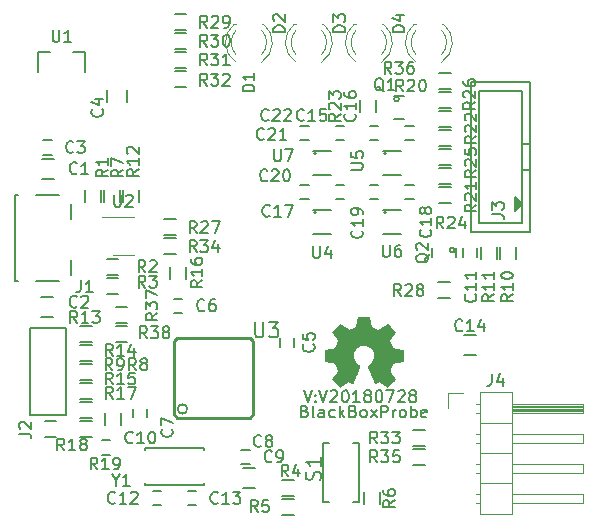
<source format=gbr>
%TF.GenerationSoftware,KiCad,Pcbnew,5.0.0-fee4fd1~65~ubuntu18.04.1*%
%TF.CreationDate,2018-07-28T20:39:21+02:00*%
%TF.ProjectId,blackBoxProbeSmall,626C61636B426F7850726F6265536D61,rev?*%
%TF.SameCoordinates,Original*%
%TF.FileFunction,Legend,Top*%
%TF.FilePolarity,Positive*%
%FSLAX46Y46*%
G04 Gerber Fmt 4.6, Leading zero omitted, Abs format (unit mm)*
G04 Created by KiCad (PCBNEW 5.0.0-fee4fd1~65~ubuntu18.04.1) date Sat Jul 28 20:39:21 2018*
%MOMM*%
%LPD*%
G01*
G04 APERTURE LIST*
%ADD10C,0.150000*%
%ADD11C,0.254000*%
%ADD12C,0.010000*%
%ADD13C,0.120000*%
%ADD14C,0.127000*%
G04 APERTURE END LIST*
D10*
%TO.C,C5*%
X38100000Y-179350000D02*
X38100000Y-180050000D01*
X36900000Y-180050000D02*
X36900000Y-179350000D01*
%TO.C,Y1*%
X25500000Y-191800000D02*
X25500000Y-191600000D01*
X30500000Y-191800000D02*
X30500000Y-191600000D01*
X30500000Y-188600000D02*
X30500000Y-188800000D01*
X25500000Y-188600000D02*
X25500000Y-188800000D01*
X25500000Y-191800000D02*
X30500000Y-191800000D01*
X25500000Y-188600000D02*
X30500000Y-188600000D01*
%TO.C,R30*%
X28000000Y-153525000D02*
X29000000Y-153525000D01*
X29000000Y-154875000D02*
X28000000Y-154875000D01*
D11*
%TO.C,U3*%
X27925000Y-179600000D02*
X28200000Y-179325000D01*
X28200000Y-179325000D02*
X34400000Y-179325000D01*
X34400000Y-179325000D02*
X34675000Y-179600000D01*
X34675000Y-179600000D02*
X34675000Y-185800000D01*
X34675000Y-185800000D02*
X34400000Y-186075000D01*
X34400000Y-186075000D02*
X28200000Y-186075000D01*
X28200000Y-186075000D02*
X27925000Y-185800000D01*
X27925000Y-185800000D02*
X27925000Y-179600000D01*
D10*
X29065000Y-185335000D02*
G75*
G03X29065000Y-185335000I-400000J0D01*
G01*
D12*
%TO.C,N1*%
G36*
X44555814Y-177968931D02*
X44639635Y-178413555D01*
X44948920Y-178541053D01*
X45258206Y-178668551D01*
X45629246Y-178416246D01*
X45733157Y-178345996D01*
X45827087Y-178283272D01*
X45906652Y-178230938D01*
X45967470Y-178191857D01*
X46005157Y-178168893D01*
X46015421Y-178163942D01*
X46033910Y-178176676D01*
X46073420Y-178211882D01*
X46129522Y-178265062D01*
X46197787Y-178331718D01*
X46273786Y-178407354D01*
X46353092Y-178487472D01*
X46431275Y-178567574D01*
X46503907Y-178643164D01*
X46566559Y-178709745D01*
X46614803Y-178762818D01*
X46644210Y-178797887D01*
X46651241Y-178809623D01*
X46641123Y-178831260D01*
X46612759Y-178878662D01*
X46569129Y-178947193D01*
X46513218Y-179032215D01*
X46448006Y-179129093D01*
X46410219Y-179184350D01*
X46341343Y-179285248D01*
X46280140Y-179376299D01*
X46229578Y-179452970D01*
X46192628Y-179510728D01*
X46172258Y-179545043D01*
X46169197Y-179552254D01*
X46176136Y-179572748D01*
X46195051Y-179620513D01*
X46223087Y-179688832D01*
X46257391Y-179770989D01*
X46295109Y-179860270D01*
X46333387Y-179949958D01*
X46369370Y-180033338D01*
X46400206Y-180103694D01*
X46423039Y-180154310D01*
X46435017Y-180178471D01*
X46435724Y-180179422D01*
X46454531Y-180184036D01*
X46504618Y-180194328D01*
X46580793Y-180209287D01*
X46677865Y-180227901D01*
X46790643Y-180249159D01*
X46856442Y-180261418D01*
X46976950Y-180284362D01*
X47085797Y-180306195D01*
X47177476Y-180325722D01*
X47246481Y-180341748D01*
X47287304Y-180353079D01*
X47295511Y-180356674D01*
X47303548Y-180381006D01*
X47310033Y-180435959D01*
X47314970Y-180515108D01*
X47318364Y-180612026D01*
X47320218Y-180720287D01*
X47320538Y-180833465D01*
X47319327Y-180945135D01*
X47316590Y-181048868D01*
X47312331Y-181138241D01*
X47306555Y-181206826D01*
X47299267Y-181248197D01*
X47294895Y-181256810D01*
X47268764Y-181267133D01*
X47213393Y-181281892D01*
X47136107Y-181299352D01*
X47044230Y-181317780D01*
X47012158Y-181323741D01*
X46857524Y-181352066D01*
X46735375Y-181374876D01*
X46641673Y-181393080D01*
X46572384Y-181407583D01*
X46523471Y-181419292D01*
X46490897Y-181429115D01*
X46470628Y-181437956D01*
X46458626Y-181446724D01*
X46456947Y-181448457D01*
X46440184Y-181476371D01*
X46414614Y-181530695D01*
X46382788Y-181604777D01*
X46347260Y-181691965D01*
X46310583Y-181785608D01*
X46275311Y-181879052D01*
X46243996Y-181965647D01*
X46219193Y-182038740D01*
X46203454Y-182091678D01*
X46199332Y-182117811D01*
X46199676Y-182118726D01*
X46213641Y-182140086D01*
X46245322Y-182187084D01*
X46291391Y-182254827D01*
X46348518Y-182338423D01*
X46413373Y-182432982D01*
X46431843Y-182459854D01*
X46497699Y-182557275D01*
X46555650Y-182646163D01*
X46602538Y-182721412D01*
X46635207Y-182777920D01*
X46650500Y-182810581D01*
X46651241Y-182814593D01*
X46638392Y-182835684D01*
X46602888Y-182877464D01*
X46549293Y-182935445D01*
X46482171Y-183005135D01*
X46406087Y-183082045D01*
X46325604Y-183161683D01*
X46245287Y-183239561D01*
X46169699Y-183311186D01*
X46103405Y-183372070D01*
X46050969Y-183417721D01*
X46016955Y-183443650D01*
X46007545Y-183447883D01*
X45985643Y-183437912D01*
X45940800Y-183411020D01*
X45880321Y-183371736D01*
X45833789Y-183340117D01*
X45749475Y-183282098D01*
X45649626Y-183213784D01*
X45549473Y-183145579D01*
X45495627Y-183109075D01*
X45313371Y-182985800D01*
X45160381Y-183068520D01*
X45090682Y-183104759D01*
X45031414Y-183132926D01*
X44991311Y-183148991D01*
X44981103Y-183151226D01*
X44968829Y-183134722D01*
X44944613Y-183088082D01*
X44910263Y-183015609D01*
X44867588Y-182921606D01*
X44818394Y-182810374D01*
X44764490Y-182686215D01*
X44707684Y-182553432D01*
X44649782Y-182416327D01*
X44592593Y-182279202D01*
X44537924Y-182146358D01*
X44487584Y-182022098D01*
X44443380Y-181910725D01*
X44407119Y-181816539D01*
X44380609Y-181743844D01*
X44365658Y-181696941D01*
X44363254Y-181680833D01*
X44382311Y-181660286D01*
X44424036Y-181626933D01*
X44479706Y-181587702D01*
X44484378Y-181584599D01*
X44628264Y-181469423D01*
X44744283Y-181335053D01*
X44831430Y-181185784D01*
X44888699Y-181025913D01*
X44915086Y-180859737D01*
X44909585Y-180691552D01*
X44871190Y-180525655D01*
X44798895Y-180366342D01*
X44777626Y-180331487D01*
X44666996Y-180190737D01*
X44536302Y-180077714D01*
X44390064Y-179993003D01*
X44232808Y-179937194D01*
X44069057Y-179910874D01*
X43903333Y-179914630D01*
X43740162Y-179949050D01*
X43584065Y-180014723D01*
X43439567Y-180112235D01*
X43394869Y-180151813D01*
X43281112Y-180275703D01*
X43198218Y-180406124D01*
X43141356Y-180552315D01*
X43109687Y-180697088D01*
X43101869Y-180859860D01*
X43127938Y-181023440D01*
X43185245Y-181182298D01*
X43271144Y-181330906D01*
X43382986Y-181463735D01*
X43518123Y-181575256D01*
X43535883Y-181587011D01*
X43592150Y-181625508D01*
X43634923Y-181658863D01*
X43655372Y-181680160D01*
X43655669Y-181680833D01*
X43651279Y-181703871D01*
X43633876Y-181756157D01*
X43605268Y-181833390D01*
X43567265Y-181931268D01*
X43521674Y-182045491D01*
X43470303Y-182171758D01*
X43414962Y-182305767D01*
X43357458Y-182443218D01*
X43299601Y-182579808D01*
X43243198Y-182711237D01*
X43190058Y-182833205D01*
X43141990Y-182941409D01*
X43100801Y-183031549D01*
X43068301Y-183099323D01*
X43046297Y-183140430D01*
X43037436Y-183151226D01*
X43010360Y-183142819D01*
X42959697Y-183120272D01*
X42894183Y-183087613D01*
X42858159Y-183068520D01*
X42705168Y-182985800D01*
X42522912Y-183109075D01*
X42429875Y-183172228D01*
X42328015Y-183241727D01*
X42232562Y-183307165D01*
X42184750Y-183340117D01*
X42117505Y-183385273D01*
X42060564Y-183421057D01*
X42021354Y-183442938D01*
X42008619Y-183447563D01*
X41990083Y-183435085D01*
X41949059Y-183400252D01*
X41889525Y-183346678D01*
X41815458Y-183277983D01*
X41730835Y-183197781D01*
X41677315Y-183146286D01*
X41583681Y-183054286D01*
X41502759Y-182971999D01*
X41437823Y-182902945D01*
X41392142Y-182850644D01*
X41368989Y-182818616D01*
X41366768Y-182812116D01*
X41377076Y-182787394D01*
X41405561Y-182737405D01*
X41449063Y-182667212D01*
X41504423Y-182581875D01*
X41568480Y-182486456D01*
X41586697Y-182459854D01*
X41653073Y-182363167D01*
X41712622Y-182276117D01*
X41762016Y-182203595D01*
X41797925Y-182150493D01*
X41817019Y-182121703D01*
X41818864Y-182118726D01*
X41816105Y-182095782D01*
X41801462Y-182045336D01*
X41777487Y-181974041D01*
X41746734Y-181888547D01*
X41711756Y-181795507D01*
X41675107Y-181701574D01*
X41639339Y-181613399D01*
X41607006Y-181537634D01*
X41580662Y-181480931D01*
X41562858Y-181449943D01*
X41561593Y-181448457D01*
X41550706Y-181439601D01*
X41532318Y-181430843D01*
X41502394Y-181421277D01*
X41456897Y-181409996D01*
X41391791Y-181396093D01*
X41303039Y-181378663D01*
X41186607Y-181356798D01*
X41038458Y-181329591D01*
X41006382Y-181323741D01*
X40911314Y-181305374D01*
X40828435Y-181287405D01*
X40765070Y-181271569D01*
X40728542Y-181259600D01*
X40723644Y-181256810D01*
X40715573Y-181232072D01*
X40709013Y-181176790D01*
X40703967Y-181097389D01*
X40700441Y-181000296D01*
X40698439Y-180891938D01*
X40697964Y-180778740D01*
X40699023Y-180667128D01*
X40701618Y-180563529D01*
X40705754Y-180474368D01*
X40711437Y-180406072D01*
X40718669Y-180365066D01*
X40723029Y-180356674D01*
X40747302Y-180348208D01*
X40802574Y-180334435D01*
X40883338Y-180316550D01*
X40984088Y-180295748D01*
X41099317Y-180273223D01*
X41162098Y-180261418D01*
X41281213Y-180239151D01*
X41387435Y-180218979D01*
X41475573Y-180201915D01*
X41540434Y-180188969D01*
X41576826Y-180181155D01*
X41582816Y-180179422D01*
X41592939Y-180159890D01*
X41614338Y-180112843D01*
X41644161Y-180045003D01*
X41679555Y-179963091D01*
X41717668Y-179873828D01*
X41755647Y-179783935D01*
X41790640Y-179700135D01*
X41819794Y-179629147D01*
X41840257Y-179577694D01*
X41849177Y-179552497D01*
X41849343Y-179551396D01*
X41839231Y-179531519D01*
X41810883Y-179485777D01*
X41767277Y-179418717D01*
X41711394Y-179334884D01*
X41646213Y-179238826D01*
X41608321Y-179183650D01*
X41539275Y-179082481D01*
X41477950Y-178990630D01*
X41427337Y-178912744D01*
X41390429Y-178853469D01*
X41370218Y-178817451D01*
X41367299Y-178809377D01*
X41379847Y-178790584D01*
X41414537Y-178750457D01*
X41466937Y-178693493D01*
X41532616Y-178624185D01*
X41607144Y-178547031D01*
X41686087Y-178466525D01*
X41765017Y-178387163D01*
X41839500Y-178313440D01*
X41905106Y-178249852D01*
X41957404Y-178200894D01*
X41991961Y-178171061D01*
X42003522Y-178163942D01*
X42022346Y-178173953D01*
X42067369Y-178202078D01*
X42134213Y-178245454D01*
X42218501Y-178301218D01*
X42315856Y-178366506D01*
X42389293Y-178416246D01*
X42760333Y-178668551D01*
X43378905Y-178413555D01*
X43462725Y-177968931D01*
X43546546Y-177524307D01*
X44471994Y-177524307D01*
X44555814Y-177968931D01*
X44555814Y-177968931D01*
G37*
X44555814Y-177968931D02*
X44639635Y-178413555D01*
X44948920Y-178541053D01*
X45258206Y-178668551D01*
X45629246Y-178416246D01*
X45733157Y-178345996D01*
X45827087Y-178283272D01*
X45906652Y-178230938D01*
X45967470Y-178191857D01*
X46005157Y-178168893D01*
X46015421Y-178163942D01*
X46033910Y-178176676D01*
X46073420Y-178211882D01*
X46129522Y-178265062D01*
X46197787Y-178331718D01*
X46273786Y-178407354D01*
X46353092Y-178487472D01*
X46431275Y-178567574D01*
X46503907Y-178643164D01*
X46566559Y-178709745D01*
X46614803Y-178762818D01*
X46644210Y-178797887D01*
X46651241Y-178809623D01*
X46641123Y-178831260D01*
X46612759Y-178878662D01*
X46569129Y-178947193D01*
X46513218Y-179032215D01*
X46448006Y-179129093D01*
X46410219Y-179184350D01*
X46341343Y-179285248D01*
X46280140Y-179376299D01*
X46229578Y-179452970D01*
X46192628Y-179510728D01*
X46172258Y-179545043D01*
X46169197Y-179552254D01*
X46176136Y-179572748D01*
X46195051Y-179620513D01*
X46223087Y-179688832D01*
X46257391Y-179770989D01*
X46295109Y-179860270D01*
X46333387Y-179949958D01*
X46369370Y-180033338D01*
X46400206Y-180103694D01*
X46423039Y-180154310D01*
X46435017Y-180178471D01*
X46435724Y-180179422D01*
X46454531Y-180184036D01*
X46504618Y-180194328D01*
X46580793Y-180209287D01*
X46677865Y-180227901D01*
X46790643Y-180249159D01*
X46856442Y-180261418D01*
X46976950Y-180284362D01*
X47085797Y-180306195D01*
X47177476Y-180325722D01*
X47246481Y-180341748D01*
X47287304Y-180353079D01*
X47295511Y-180356674D01*
X47303548Y-180381006D01*
X47310033Y-180435959D01*
X47314970Y-180515108D01*
X47318364Y-180612026D01*
X47320218Y-180720287D01*
X47320538Y-180833465D01*
X47319327Y-180945135D01*
X47316590Y-181048868D01*
X47312331Y-181138241D01*
X47306555Y-181206826D01*
X47299267Y-181248197D01*
X47294895Y-181256810D01*
X47268764Y-181267133D01*
X47213393Y-181281892D01*
X47136107Y-181299352D01*
X47044230Y-181317780D01*
X47012158Y-181323741D01*
X46857524Y-181352066D01*
X46735375Y-181374876D01*
X46641673Y-181393080D01*
X46572384Y-181407583D01*
X46523471Y-181419292D01*
X46490897Y-181429115D01*
X46470628Y-181437956D01*
X46458626Y-181446724D01*
X46456947Y-181448457D01*
X46440184Y-181476371D01*
X46414614Y-181530695D01*
X46382788Y-181604777D01*
X46347260Y-181691965D01*
X46310583Y-181785608D01*
X46275311Y-181879052D01*
X46243996Y-181965647D01*
X46219193Y-182038740D01*
X46203454Y-182091678D01*
X46199332Y-182117811D01*
X46199676Y-182118726D01*
X46213641Y-182140086D01*
X46245322Y-182187084D01*
X46291391Y-182254827D01*
X46348518Y-182338423D01*
X46413373Y-182432982D01*
X46431843Y-182459854D01*
X46497699Y-182557275D01*
X46555650Y-182646163D01*
X46602538Y-182721412D01*
X46635207Y-182777920D01*
X46650500Y-182810581D01*
X46651241Y-182814593D01*
X46638392Y-182835684D01*
X46602888Y-182877464D01*
X46549293Y-182935445D01*
X46482171Y-183005135D01*
X46406087Y-183082045D01*
X46325604Y-183161683D01*
X46245287Y-183239561D01*
X46169699Y-183311186D01*
X46103405Y-183372070D01*
X46050969Y-183417721D01*
X46016955Y-183443650D01*
X46007545Y-183447883D01*
X45985643Y-183437912D01*
X45940800Y-183411020D01*
X45880321Y-183371736D01*
X45833789Y-183340117D01*
X45749475Y-183282098D01*
X45649626Y-183213784D01*
X45549473Y-183145579D01*
X45495627Y-183109075D01*
X45313371Y-182985800D01*
X45160381Y-183068520D01*
X45090682Y-183104759D01*
X45031414Y-183132926D01*
X44991311Y-183148991D01*
X44981103Y-183151226D01*
X44968829Y-183134722D01*
X44944613Y-183088082D01*
X44910263Y-183015609D01*
X44867588Y-182921606D01*
X44818394Y-182810374D01*
X44764490Y-182686215D01*
X44707684Y-182553432D01*
X44649782Y-182416327D01*
X44592593Y-182279202D01*
X44537924Y-182146358D01*
X44487584Y-182022098D01*
X44443380Y-181910725D01*
X44407119Y-181816539D01*
X44380609Y-181743844D01*
X44365658Y-181696941D01*
X44363254Y-181680833D01*
X44382311Y-181660286D01*
X44424036Y-181626933D01*
X44479706Y-181587702D01*
X44484378Y-181584599D01*
X44628264Y-181469423D01*
X44744283Y-181335053D01*
X44831430Y-181185784D01*
X44888699Y-181025913D01*
X44915086Y-180859737D01*
X44909585Y-180691552D01*
X44871190Y-180525655D01*
X44798895Y-180366342D01*
X44777626Y-180331487D01*
X44666996Y-180190737D01*
X44536302Y-180077714D01*
X44390064Y-179993003D01*
X44232808Y-179937194D01*
X44069057Y-179910874D01*
X43903333Y-179914630D01*
X43740162Y-179949050D01*
X43584065Y-180014723D01*
X43439567Y-180112235D01*
X43394869Y-180151813D01*
X43281112Y-180275703D01*
X43198218Y-180406124D01*
X43141356Y-180552315D01*
X43109687Y-180697088D01*
X43101869Y-180859860D01*
X43127938Y-181023440D01*
X43185245Y-181182298D01*
X43271144Y-181330906D01*
X43382986Y-181463735D01*
X43518123Y-181575256D01*
X43535883Y-181587011D01*
X43592150Y-181625508D01*
X43634923Y-181658863D01*
X43655372Y-181680160D01*
X43655669Y-181680833D01*
X43651279Y-181703871D01*
X43633876Y-181756157D01*
X43605268Y-181833390D01*
X43567265Y-181931268D01*
X43521674Y-182045491D01*
X43470303Y-182171758D01*
X43414962Y-182305767D01*
X43357458Y-182443218D01*
X43299601Y-182579808D01*
X43243198Y-182711237D01*
X43190058Y-182833205D01*
X43141990Y-182941409D01*
X43100801Y-183031549D01*
X43068301Y-183099323D01*
X43046297Y-183140430D01*
X43037436Y-183151226D01*
X43010360Y-183142819D01*
X42959697Y-183120272D01*
X42894183Y-183087613D01*
X42858159Y-183068520D01*
X42705168Y-182985800D01*
X42522912Y-183109075D01*
X42429875Y-183172228D01*
X42328015Y-183241727D01*
X42232562Y-183307165D01*
X42184750Y-183340117D01*
X42117505Y-183385273D01*
X42060564Y-183421057D01*
X42021354Y-183442938D01*
X42008619Y-183447563D01*
X41990083Y-183435085D01*
X41949059Y-183400252D01*
X41889525Y-183346678D01*
X41815458Y-183277983D01*
X41730835Y-183197781D01*
X41677315Y-183146286D01*
X41583681Y-183054286D01*
X41502759Y-182971999D01*
X41437823Y-182902945D01*
X41392142Y-182850644D01*
X41368989Y-182818616D01*
X41366768Y-182812116D01*
X41377076Y-182787394D01*
X41405561Y-182737405D01*
X41449063Y-182667212D01*
X41504423Y-182581875D01*
X41568480Y-182486456D01*
X41586697Y-182459854D01*
X41653073Y-182363167D01*
X41712622Y-182276117D01*
X41762016Y-182203595D01*
X41797925Y-182150493D01*
X41817019Y-182121703D01*
X41818864Y-182118726D01*
X41816105Y-182095782D01*
X41801462Y-182045336D01*
X41777487Y-181974041D01*
X41746734Y-181888547D01*
X41711756Y-181795507D01*
X41675107Y-181701574D01*
X41639339Y-181613399D01*
X41607006Y-181537634D01*
X41580662Y-181480931D01*
X41562858Y-181449943D01*
X41561593Y-181448457D01*
X41550706Y-181439601D01*
X41532318Y-181430843D01*
X41502394Y-181421277D01*
X41456897Y-181409996D01*
X41391791Y-181396093D01*
X41303039Y-181378663D01*
X41186607Y-181356798D01*
X41038458Y-181329591D01*
X41006382Y-181323741D01*
X40911314Y-181305374D01*
X40828435Y-181287405D01*
X40765070Y-181271569D01*
X40728542Y-181259600D01*
X40723644Y-181256810D01*
X40715573Y-181232072D01*
X40709013Y-181176790D01*
X40703967Y-181097389D01*
X40700441Y-181000296D01*
X40698439Y-180891938D01*
X40697964Y-180778740D01*
X40699023Y-180667128D01*
X40701618Y-180563529D01*
X40705754Y-180474368D01*
X40711437Y-180406072D01*
X40718669Y-180365066D01*
X40723029Y-180356674D01*
X40747302Y-180348208D01*
X40802574Y-180334435D01*
X40883338Y-180316550D01*
X40984088Y-180295748D01*
X41099317Y-180273223D01*
X41162098Y-180261418D01*
X41281213Y-180239151D01*
X41387435Y-180218979D01*
X41475573Y-180201915D01*
X41540434Y-180188969D01*
X41576826Y-180181155D01*
X41582816Y-180179422D01*
X41592939Y-180159890D01*
X41614338Y-180112843D01*
X41644161Y-180045003D01*
X41679555Y-179963091D01*
X41717668Y-179873828D01*
X41755647Y-179783935D01*
X41790640Y-179700135D01*
X41819794Y-179629147D01*
X41840257Y-179577694D01*
X41849177Y-179552497D01*
X41849343Y-179551396D01*
X41839231Y-179531519D01*
X41810883Y-179485777D01*
X41767277Y-179418717D01*
X41711394Y-179334884D01*
X41646213Y-179238826D01*
X41608321Y-179183650D01*
X41539275Y-179082481D01*
X41477950Y-178990630D01*
X41427337Y-178912744D01*
X41390429Y-178853469D01*
X41370218Y-178817451D01*
X41367299Y-178809377D01*
X41379847Y-178790584D01*
X41414537Y-178750457D01*
X41466937Y-178693493D01*
X41532616Y-178624185D01*
X41607144Y-178547031D01*
X41686087Y-178466525D01*
X41765017Y-178387163D01*
X41839500Y-178313440D01*
X41905106Y-178249852D01*
X41957404Y-178200894D01*
X41991961Y-178171061D01*
X42003522Y-178163942D01*
X42022346Y-178173953D01*
X42067369Y-178202078D01*
X42134213Y-178245454D01*
X42218501Y-178301218D01*
X42315856Y-178366506D01*
X42389293Y-178416246D01*
X42760333Y-178668551D01*
X43378905Y-178413555D01*
X43462725Y-177968931D01*
X43546546Y-177524307D01*
X44471994Y-177524307D01*
X44555814Y-177968931D01*
D10*
%TO.C,C1*%
X16750000Y-165850000D02*
X17750000Y-165850000D01*
X17750000Y-164150000D02*
X16750000Y-164150000D01*
%TO.C,C2*%
X17710000Y-175840000D02*
X16710000Y-175840000D01*
X16710000Y-177540000D02*
X17710000Y-177540000D01*
%TO.C,C3*%
X17600000Y-163800000D02*
X16900000Y-163800000D01*
X16900000Y-162600000D02*
X17600000Y-162600000D01*
%TO.C,C4*%
X24000000Y-159325000D02*
X24000000Y-158325000D01*
X22300000Y-158325000D02*
X22300000Y-159325000D01*
%TO.C,C6*%
X27950000Y-176000000D02*
X28650000Y-176000000D01*
X28650000Y-177200000D02*
X27950000Y-177200000D01*
%TO.C,C7*%
X24500000Y-186050000D02*
X24500000Y-185350000D01*
X25700000Y-185350000D02*
X25700000Y-186050000D01*
%TO.C,C8*%
X34350000Y-190000000D02*
X33650000Y-190000000D01*
X33650000Y-188800000D02*
X34350000Y-188800000D01*
%TO.C,C9*%
X33800000Y-192050000D02*
X34800000Y-192050000D01*
X34800000Y-190350000D02*
X33800000Y-190350000D01*
%TO.C,C11*%
X53600000Y-171750000D02*
X53600000Y-172450000D01*
X52400000Y-172450000D02*
X52400000Y-171750000D01*
%TO.C,C12*%
X26150000Y-192300000D02*
X26850000Y-192300000D01*
X26850000Y-193500000D02*
X26150000Y-193500000D01*
%TO.C,C13*%
X29850000Y-193500000D02*
X29150000Y-193500000D01*
X29150000Y-192300000D02*
X29850000Y-192300000D01*
%TO.C,C14*%
X52500000Y-180750000D02*
X53500000Y-180750000D01*
X53500000Y-179050000D02*
X52500000Y-179050000D01*
%TO.C,C15*%
X44550000Y-161400000D02*
X45250000Y-161400000D01*
X45250000Y-162600000D02*
X44550000Y-162600000D01*
%TO.C,C16*%
X48250000Y-162600000D02*
X47550000Y-162600000D01*
X47550000Y-161400000D02*
X48250000Y-161400000D01*
%TO.C,C17*%
X38650000Y-166400000D02*
X39350000Y-166400000D01*
X39350000Y-167600000D02*
X38650000Y-167600000D01*
%TO.C,C18*%
X48250000Y-167600000D02*
X47550000Y-167600000D01*
X47550000Y-166400000D02*
X48250000Y-166400000D01*
%TO.C,C19*%
X44550000Y-166400000D02*
X45250000Y-166400000D01*
X45250000Y-167600000D02*
X44550000Y-167600000D01*
%TO.C,C20*%
X42350000Y-167600000D02*
X41650000Y-167600000D01*
X41650000Y-166400000D02*
X42350000Y-166400000D01*
%TO.C,C21*%
X38650000Y-161400000D02*
X39350000Y-161400000D01*
X39350000Y-162600000D02*
X38650000Y-162600000D01*
%TO.C,C22*%
X42350000Y-162600000D02*
X41650000Y-162600000D01*
X41650000Y-161400000D02*
X42350000Y-161400000D01*
%TO.C,J1*%
X14750000Y-174470000D02*
X14500000Y-174470000D01*
X14500000Y-174470000D02*
X14500000Y-167220000D01*
X14500000Y-167220000D02*
X14750000Y-167220000D01*
X18250000Y-167220000D02*
X16250000Y-167220000D01*
X18250000Y-174470000D02*
X16250000Y-174470000D01*
X19250000Y-172720000D02*
X19250000Y-173970000D01*
X19250000Y-167970000D02*
X19250000Y-169220000D01*
D13*
%TO.C,J4*%
X53890000Y-183930000D02*
X53890000Y-194210000D01*
X53890000Y-194210000D02*
X56550000Y-194210000D01*
X56550000Y-194210000D02*
X56550000Y-183930000D01*
X56550000Y-183930000D02*
X53890000Y-183930000D01*
X56550000Y-184880000D02*
X62550000Y-184880000D01*
X62550000Y-184880000D02*
X62550000Y-185640000D01*
X62550000Y-185640000D02*
X56550000Y-185640000D01*
X56550000Y-184940000D02*
X62550000Y-184940000D01*
X56550000Y-185060000D02*
X62550000Y-185060000D01*
X56550000Y-185180000D02*
X62550000Y-185180000D01*
X56550000Y-185300000D02*
X62550000Y-185300000D01*
X56550000Y-185420000D02*
X62550000Y-185420000D01*
X56550000Y-185540000D02*
X62550000Y-185540000D01*
X53560000Y-184880000D02*
X53890000Y-184880000D01*
X53560000Y-185640000D02*
X53890000Y-185640000D01*
X53890000Y-186530000D02*
X56550000Y-186530000D01*
X56550000Y-187420000D02*
X62550000Y-187420000D01*
X62550000Y-187420000D02*
X62550000Y-188180000D01*
X62550000Y-188180000D02*
X56550000Y-188180000D01*
X53492929Y-187420000D02*
X53890000Y-187420000D01*
X53492929Y-188180000D02*
X53890000Y-188180000D01*
X53890000Y-189070000D02*
X56550000Y-189070000D01*
X56550000Y-189960000D02*
X62550000Y-189960000D01*
X62550000Y-189960000D02*
X62550000Y-190720000D01*
X62550000Y-190720000D02*
X56550000Y-190720000D01*
X53492929Y-189960000D02*
X53890000Y-189960000D01*
X53492929Y-190720000D02*
X53890000Y-190720000D01*
X53890000Y-191610000D02*
X56550000Y-191610000D01*
X56550000Y-192500000D02*
X62550000Y-192500000D01*
X62550000Y-192500000D02*
X62550000Y-193260000D01*
X62550000Y-193260000D02*
X56550000Y-193260000D01*
X53492929Y-192500000D02*
X53890000Y-192500000D01*
X53492929Y-193260000D02*
X53890000Y-193260000D01*
X51180000Y-185260000D02*
X51180000Y-183990000D01*
X51180000Y-183990000D02*
X52450000Y-183990000D01*
D10*
%TO.C,R1*%
X21775000Y-166800000D02*
X21775000Y-167800000D01*
X20425000Y-167800000D02*
X20425000Y-166800000D01*
%TO.C,R2*%
X22250000Y-172625000D02*
X23250000Y-172625000D01*
X23250000Y-173975000D02*
X22250000Y-173975000D01*
%TO.C,R3*%
X23250000Y-175575000D02*
X22250000Y-175575000D01*
X22250000Y-174225000D02*
X23250000Y-174225000D01*
%TO.C,R4*%
X38100000Y-192675000D02*
X37100000Y-192675000D01*
X37100000Y-191325000D02*
X38100000Y-191325000D01*
%TO.C,R5*%
X38100000Y-194275000D02*
X37100000Y-194275000D01*
X37100000Y-192925000D02*
X38100000Y-192925000D01*
%TO.C,R6*%
X45375000Y-192400000D02*
X45375000Y-193400000D01*
X44025000Y-193400000D02*
X44025000Y-192400000D01*
%TO.C,R7*%
X22025000Y-167800000D02*
X22025000Y-166800000D01*
X23375000Y-166800000D02*
X23375000Y-167800000D01*
%TO.C,R8*%
X21000000Y-181275000D02*
X20000000Y-181275000D01*
X20000000Y-179925000D02*
X21000000Y-179925000D01*
%TO.C,R9*%
X21000000Y-184475000D02*
X20000000Y-184475000D01*
X20000000Y-183125000D02*
X21000000Y-183125000D01*
%TO.C,R10*%
X55525000Y-172600000D02*
X55525000Y-171600000D01*
X56875000Y-171600000D02*
X56875000Y-172600000D01*
%TO.C,R11*%
X55275000Y-171600000D02*
X55275000Y-172600000D01*
X53925000Y-172600000D02*
X53925000Y-171600000D01*
%TO.C,R12*%
X23625000Y-167800000D02*
X23625000Y-166800000D01*
X24975000Y-166800000D02*
X24975000Y-167800000D01*
%TO.C,R13*%
X21000000Y-179675000D02*
X20000000Y-179675000D01*
X20000000Y-178325000D02*
X21000000Y-178325000D01*
%TO.C,R14*%
X21000000Y-182875000D02*
X20000000Y-182875000D01*
X20000000Y-181525000D02*
X21000000Y-181525000D01*
%TO.C,R15*%
X21000000Y-186075000D02*
X20000000Y-186075000D01*
X20000000Y-184725000D02*
X21000000Y-184725000D01*
%TO.C,R16*%
X28975000Y-173300000D02*
X28975000Y-174300000D01*
X27625000Y-174300000D02*
X27625000Y-173300000D01*
%TO.C,R17*%
X23475000Y-185700000D02*
X23475000Y-186700000D01*
X22125000Y-186700000D02*
X22125000Y-185700000D01*
%TO.C,R18*%
X21000000Y-187675000D02*
X20000000Y-187675000D01*
X20000000Y-186325000D02*
X21000000Y-186325000D01*
%TO.C,R19*%
X17000000Y-186325000D02*
X18000000Y-186325000D01*
X18000000Y-187675000D02*
X17000000Y-187675000D01*
%TO.C,R20*%
X50400000Y-158525000D02*
X51400000Y-158525000D01*
X51400000Y-159875000D02*
X50400000Y-159875000D01*
%TO.C,R21*%
X50400000Y-164925000D02*
X51400000Y-164925000D01*
X51400000Y-166275000D02*
X50400000Y-166275000D01*
%TO.C,R22*%
X50400000Y-161725000D02*
X51400000Y-161725000D01*
X51400000Y-163075000D02*
X50400000Y-163075000D01*
%TO.C,R23*%
X43725000Y-160200000D02*
X43725000Y-159200000D01*
X45075000Y-159200000D02*
X45075000Y-160200000D01*
%TO.C,R24*%
X50400000Y-166525000D02*
X51400000Y-166525000D01*
X51400000Y-167875000D02*
X50400000Y-167875000D01*
%TO.C,R25*%
X50400000Y-163325000D02*
X51400000Y-163325000D01*
X51400000Y-164675000D02*
X50400000Y-164675000D01*
%TO.C,R26*%
X50400000Y-160125000D02*
X51400000Y-160125000D01*
X51400000Y-161475000D02*
X50400000Y-161475000D01*
%TO.C,R28*%
X51300000Y-175975000D02*
X50300000Y-175975000D01*
X50300000Y-174625000D02*
X51300000Y-174625000D01*
%TO.C,R29*%
X28000000Y-151925000D02*
X29000000Y-151925000D01*
X29000000Y-153275000D02*
X28000000Y-153275000D01*
%TO.C,R31*%
X28000000Y-155125000D02*
X29000000Y-155125000D01*
X29000000Y-156475000D02*
X28000000Y-156475000D01*
%TO.C,R32*%
X28000000Y-156725000D02*
X29000000Y-156725000D01*
X29000000Y-158075000D02*
X28000000Y-158075000D01*
%TO.C,R33*%
X48200000Y-187125000D02*
X49200000Y-187125000D01*
X49200000Y-188475000D02*
X48200000Y-188475000D01*
%TO.C,R35*%
X48200000Y-188725000D02*
X49200000Y-188725000D01*
X49200000Y-190075000D02*
X48200000Y-190075000D01*
%TO.C,S1*%
X40601400Y-193199360D02*
X41101780Y-193199360D01*
X43098220Y-193199360D02*
X43598600Y-193199360D01*
X43598600Y-193199360D02*
X43598600Y-188200640D01*
X43598600Y-188200640D02*
X43098220Y-188200640D01*
X41101780Y-188200640D02*
X40601400Y-188200640D01*
X40601400Y-188200640D02*
X40601400Y-193199360D01*
%TO.C,U4*%
X40000000Y-168700000D02*
G75*
G03X40000000Y-168700000I-100000J0D01*
G01*
X39750000Y-170500000D02*
X41250000Y-170500000D01*
X39750000Y-168500000D02*
X41250000Y-168500000D01*
%TO.C,U5*%
X45900000Y-163700000D02*
G75*
G03X45900000Y-163700000I-100000J0D01*
G01*
X45650000Y-165500000D02*
X47150000Y-165500000D01*
X45650000Y-163500000D02*
X47150000Y-163500000D01*
%TO.C,U6*%
X45900000Y-168700000D02*
G75*
G03X45900000Y-168700000I-100000J0D01*
G01*
X45650000Y-170500000D02*
X47150000Y-170500000D01*
X45650000Y-168500000D02*
X47150000Y-168500000D01*
%TO.C,U7*%
X40000000Y-163700000D02*
G75*
G03X40000000Y-163700000I-100000J0D01*
G01*
X39750000Y-165500000D02*
X41250000Y-165500000D01*
X39750000Y-163500000D02*
X41250000Y-163500000D01*
%TO.C,U1*%
X20430000Y-155120000D02*
X20430000Y-156820000D01*
X19430000Y-155120000D02*
X20430000Y-155120000D01*
X16430000Y-155120000D02*
X17430000Y-155120000D01*
X16430000Y-156820000D02*
X16430000Y-155120000D01*
D13*
%TO.C,D1*%
X35368608Y-155977335D02*
G75*
G03X35525516Y-152745000I-1078608J1672335D01*
G01*
X33211392Y-155977335D02*
G75*
G02X33054484Y-152745000I1078608J1672335D01*
G01*
X35369837Y-155346130D02*
G75*
G03X35370000Y-153264039I-1079837J1041130D01*
G01*
X33210163Y-155346130D02*
G75*
G02X33210000Y-153264039I1079837J1041130D01*
G01*
X35526000Y-152745000D02*
X35370000Y-152745000D01*
X33210000Y-152745000D02*
X33054000Y-152745000D01*
%TO.C,D2*%
X40448608Y-155977335D02*
G75*
G03X40605516Y-152745000I-1078608J1672335D01*
G01*
X38291392Y-155977335D02*
G75*
G02X38134484Y-152745000I1078608J1672335D01*
G01*
X40449837Y-155346130D02*
G75*
G03X40450000Y-153264039I-1079837J1041130D01*
G01*
X38290163Y-155346130D02*
G75*
G02X38290000Y-153264039I1079837J1041130D01*
G01*
X40606000Y-152745000D02*
X40450000Y-152745000D01*
X38290000Y-152745000D02*
X38134000Y-152745000D01*
%TO.C,D3*%
X45528608Y-155977335D02*
G75*
G03X45685516Y-152745000I-1078608J1672335D01*
G01*
X43371392Y-155977335D02*
G75*
G02X43214484Y-152745000I1078608J1672335D01*
G01*
X45529837Y-155346130D02*
G75*
G03X45530000Y-153264039I-1079837J1041130D01*
G01*
X43370163Y-155346130D02*
G75*
G02X43370000Y-153264039I1079837J1041130D01*
G01*
X45686000Y-152745000D02*
X45530000Y-152745000D01*
X43370000Y-152745000D02*
X43214000Y-152745000D01*
%TO.C,D4*%
X50608608Y-155977335D02*
G75*
G03X50765516Y-152745000I-1078608J1672335D01*
G01*
X48451392Y-155977335D02*
G75*
G02X48294484Y-152745000I1078608J1672335D01*
G01*
X50609837Y-155346130D02*
G75*
G03X50610000Y-153264039I-1079837J1041130D01*
G01*
X48450163Y-155346130D02*
G75*
G02X48450000Y-153264039I1079837J1041130D01*
G01*
X50766000Y-152745000D02*
X50610000Y-152745000D01*
X48450000Y-152745000D02*
X48294000Y-152745000D01*
D10*
%TO.C,R27*%
X27100000Y-169225000D02*
X28100000Y-169225000D01*
X28100000Y-170575000D02*
X27100000Y-170575000D01*
%TO.C,R34*%
X27100000Y-170825000D02*
X28100000Y-170825000D01*
X28100000Y-172175000D02*
X27100000Y-172175000D01*
%TO.C,J2*%
X15776000Y-178517000D02*
X18824000Y-178517000D01*
X15776000Y-185883000D02*
X15776000Y-178517000D01*
X18824000Y-185883000D02*
X15776000Y-185883000D01*
X18824000Y-178517000D02*
X18824000Y-185883000D01*
%TO.C,J3*%
X57300000Y-168100000D02*
X57300000Y-167900000D01*
X57200000Y-168200000D02*
X57200000Y-167800000D01*
X57100000Y-168300000D02*
X57100000Y-167800000D01*
X57000000Y-168300000D02*
X57000000Y-167700000D01*
X56900000Y-168400000D02*
X56900000Y-167600000D01*
X56800000Y-167400000D02*
X56800000Y-168600000D01*
X57400000Y-168000000D02*
X56800000Y-167400000D01*
X56800000Y-168600000D02*
X57400000Y-168000000D01*
X58100000Y-165100000D02*
X57500000Y-165100000D01*
X58100000Y-162900000D02*
X57500000Y-162900000D01*
X57450000Y-169625000D02*
X53750000Y-169625000D01*
X57450000Y-158375000D02*
X57450000Y-169625000D01*
X53750000Y-158375000D02*
X57450000Y-158375000D01*
X53750000Y-169625000D02*
X53750000Y-158375000D01*
X58100000Y-170325000D02*
X53100000Y-170325000D01*
X58100000Y-157675000D02*
X58100000Y-170325000D01*
X53100000Y-157675000D02*
X58100000Y-157675000D01*
X53100000Y-170325000D02*
X53100000Y-157675000D01*
%TO.C,C10*%
X22550000Y-189200000D02*
X21850000Y-189200000D01*
X21850000Y-188000000D02*
X22550000Y-188000000D01*
D14*
%TO.C,Q1*%
X46600000Y-160800000D02*
X47400000Y-160800000D01*
X46600000Y-158800000D02*
X47400000Y-158800000D01*
D10*
X47000000Y-159100000D02*
G75*
G03X47000000Y-159100000I-200000J0D01*
G01*
D14*
%TO.C,Q2*%
X49800000Y-171700000D02*
X49800000Y-172500000D01*
X51800000Y-171700000D02*
X51800000Y-172500000D01*
D10*
X51700000Y-171900000D02*
G75*
G03X51700000Y-171900000I-200000J0D01*
G01*
%TO.C,R36*%
X50400000Y-156925000D02*
X51400000Y-156925000D01*
X51400000Y-158275000D02*
X50400000Y-158275000D01*
%TO.C,R37*%
X24000000Y-178075000D02*
X23000000Y-178075000D01*
X23000000Y-176725000D02*
X24000000Y-176725000D01*
%TO.C,R38*%
X23000000Y-178325000D02*
X24000000Y-178325000D01*
X24000000Y-179675000D02*
X23000000Y-179675000D01*
D13*
%TO.C,U2*%
X22750000Y-172260000D02*
X24550000Y-172260000D01*
X24550000Y-169050000D02*
X21850000Y-169050000D01*
%TO.C,C5*%
D10*
X39757142Y-179866666D02*
X39804761Y-179914285D01*
X39852380Y-180057142D01*
X39852380Y-180152380D01*
X39804761Y-180295238D01*
X39709523Y-180390476D01*
X39614285Y-180438095D01*
X39423809Y-180485714D01*
X39280952Y-180485714D01*
X39090476Y-180438095D01*
X38995238Y-180390476D01*
X38900000Y-180295238D01*
X38852380Y-180152380D01*
X38852380Y-180057142D01*
X38900000Y-179914285D01*
X38947619Y-179866666D01*
X38852380Y-178961904D02*
X38852380Y-179438095D01*
X39328571Y-179485714D01*
X39280952Y-179438095D01*
X39233333Y-179342857D01*
X39233333Y-179104761D01*
X39280952Y-179009523D01*
X39328571Y-178961904D01*
X39423809Y-178914285D01*
X39661904Y-178914285D01*
X39757142Y-178961904D01*
X39804761Y-179009523D01*
X39852380Y-179104761D01*
X39852380Y-179342857D01*
X39804761Y-179438095D01*
X39757142Y-179485714D01*
%TO.C,Y1*%
X23023809Y-191376190D02*
X23023809Y-191852380D01*
X22690476Y-190852380D02*
X23023809Y-191376190D01*
X23357142Y-190852380D01*
X24214285Y-191852380D02*
X23642857Y-191852380D01*
X23928571Y-191852380D02*
X23928571Y-190852380D01*
X23833333Y-190995238D01*
X23738095Y-191090476D01*
X23642857Y-191138095D01*
%TO.C,R30*%
X30757142Y-154652380D02*
X30423809Y-154176190D01*
X30185714Y-154652380D02*
X30185714Y-153652380D01*
X30566666Y-153652380D01*
X30661904Y-153700000D01*
X30709523Y-153747619D01*
X30757142Y-153842857D01*
X30757142Y-153985714D01*
X30709523Y-154080952D01*
X30661904Y-154128571D01*
X30566666Y-154176190D01*
X30185714Y-154176190D01*
X31090476Y-153652380D02*
X31709523Y-153652380D01*
X31376190Y-154033333D01*
X31519047Y-154033333D01*
X31614285Y-154080952D01*
X31661904Y-154128571D01*
X31709523Y-154223809D01*
X31709523Y-154461904D01*
X31661904Y-154557142D01*
X31614285Y-154604761D01*
X31519047Y-154652380D01*
X31233333Y-154652380D01*
X31138095Y-154604761D01*
X31090476Y-154557142D01*
X32328571Y-153652380D02*
X32423809Y-153652380D01*
X32519047Y-153700000D01*
X32566666Y-153747619D01*
X32614285Y-153842857D01*
X32661904Y-154033333D01*
X32661904Y-154271428D01*
X32614285Y-154461904D01*
X32566666Y-154557142D01*
X32519047Y-154604761D01*
X32423809Y-154652380D01*
X32328571Y-154652380D01*
X32233333Y-154604761D01*
X32185714Y-154557142D01*
X32138095Y-154461904D01*
X32090476Y-154271428D01*
X32090476Y-154033333D01*
X32138095Y-153842857D01*
X32185714Y-153747619D01*
X32233333Y-153700000D01*
X32328571Y-153652380D01*
%TO.C,U3*%
X34799880Y-177994523D02*
X34799880Y-179022619D01*
X34860357Y-179143571D01*
X34920833Y-179204047D01*
X35041785Y-179264523D01*
X35283690Y-179264523D01*
X35404642Y-179204047D01*
X35465119Y-179143571D01*
X35525595Y-179022619D01*
X35525595Y-177994523D01*
X36009404Y-177994523D02*
X36795595Y-177994523D01*
X36372261Y-178478333D01*
X36553690Y-178478333D01*
X36674642Y-178538809D01*
X36735119Y-178599285D01*
X36795595Y-178720238D01*
X36795595Y-179022619D01*
X36735119Y-179143571D01*
X36674642Y-179204047D01*
X36553690Y-179264523D01*
X36190833Y-179264523D01*
X36069880Y-179204047D01*
X36009404Y-179143571D01*
%TO.C,C1*%
X19733333Y-165357142D02*
X19685714Y-165404761D01*
X19542857Y-165452380D01*
X19447619Y-165452380D01*
X19304761Y-165404761D01*
X19209523Y-165309523D01*
X19161904Y-165214285D01*
X19114285Y-165023809D01*
X19114285Y-164880952D01*
X19161904Y-164690476D01*
X19209523Y-164595238D01*
X19304761Y-164500000D01*
X19447619Y-164452380D01*
X19542857Y-164452380D01*
X19685714Y-164500000D01*
X19733333Y-164547619D01*
X20685714Y-165452380D02*
X20114285Y-165452380D01*
X20400000Y-165452380D02*
X20400000Y-164452380D01*
X20304761Y-164595238D01*
X20209523Y-164690476D01*
X20114285Y-164738095D01*
%TO.C,C2*%
X19733333Y-176657142D02*
X19685714Y-176704761D01*
X19542857Y-176752380D01*
X19447619Y-176752380D01*
X19304761Y-176704761D01*
X19209523Y-176609523D01*
X19161904Y-176514285D01*
X19114285Y-176323809D01*
X19114285Y-176180952D01*
X19161904Y-175990476D01*
X19209523Y-175895238D01*
X19304761Y-175800000D01*
X19447619Y-175752380D01*
X19542857Y-175752380D01*
X19685714Y-175800000D01*
X19733333Y-175847619D01*
X20114285Y-175847619D02*
X20161904Y-175800000D01*
X20257142Y-175752380D01*
X20495238Y-175752380D01*
X20590476Y-175800000D01*
X20638095Y-175847619D01*
X20685714Y-175942857D01*
X20685714Y-176038095D01*
X20638095Y-176180952D01*
X20066666Y-176752380D01*
X20685714Y-176752380D01*
%TO.C,C3*%
X19433333Y-163557142D02*
X19385714Y-163604761D01*
X19242857Y-163652380D01*
X19147619Y-163652380D01*
X19004761Y-163604761D01*
X18909523Y-163509523D01*
X18861904Y-163414285D01*
X18814285Y-163223809D01*
X18814285Y-163080952D01*
X18861904Y-162890476D01*
X18909523Y-162795238D01*
X19004761Y-162700000D01*
X19147619Y-162652380D01*
X19242857Y-162652380D01*
X19385714Y-162700000D01*
X19433333Y-162747619D01*
X19766666Y-162652380D02*
X20385714Y-162652380D01*
X20052380Y-163033333D01*
X20195238Y-163033333D01*
X20290476Y-163080952D01*
X20338095Y-163128571D01*
X20385714Y-163223809D01*
X20385714Y-163461904D01*
X20338095Y-163557142D01*
X20290476Y-163604761D01*
X20195238Y-163652380D01*
X19909523Y-163652380D01*
X19814285Y-163604761D01*
X19766666Y-163557142D01*
%TO.C,C4*%
X21857142Y-159966666D02*
X21904761Y-160014285D01*
X21952380Y-160157142D01*
X21952380Y-160252380D01*
X21904761Y-160395238D01*
X21809523Y-160490476D01*
X21714285Y-160538095D01*
X21523809Y-160585714D01*
X21380952Y-160585714D01*
X21190476Y-160538095D01*
X21095238Y-160490476D01*
X21000000Y-160395238D01*
X20952380Y-160252380D01*
X20952380Y-160157142D01*
X21000000Y-160014285D01*
X21047619Y-159966666D01*
X21285714Y-159109523D02*
X21952380Y-159109523D01*
X20904761Y-159347619D02*
X21619047Y-159585714D01*
X21619047Y-158966666D01*
%TO.C,C6*%
X30533333Y-176957142D02*
X30485714Y-177004761D01*
X30342857Y-177052380D01*
X30247619Y-177052380D01*
X30104761Y-177004761D01*
X30009523Y-176909523D01*
X29961904Y-176814285D01*
X29914285Y-176623809D01*
X29914285Y-176480952D01*
X29961904Y-176290476D01*
X30009523Y-176195238D01*
X30104761Y-176100000D01*
X30247619Y-176052380D01*
X30342857Y-176052380D01*
X30485714Y-176100000D01*
X30533333Y-176147619D01*
X31390476Y-176052380D02*
X31200000Y-176052380D01*
X31104761Y-176100000D01*
X31057142Y-176147619D01*
X30961904Y-176290476D01*
X30914285Y-176480952D01*
X30914285Y-176861904D01*
X30961904Y-176957142D01*
X31009523Y-177004761D01*
X31104761Y-177052380D01*
X31295238Y-177052380D01*
X31390476Y-177004761D01*
X31438095Y-176957142D01*
X31485714Y-176861904D01*
X31485714Y-176623809D01*
X31438095Y-176528571D01*
X31390476Y-176480952D01*
X31295238Y-176433333D01*
X31104761Y-176433333D01*
X31009523Y-176480952D01*
X30961904Y-176528571D01*
X30914285Y-176623809D01*
%TO.C,C7*%
X27757142Y-187066666D02*
X27804761Y-187114285D01*
X27852380Y-187257142D01*
X27852380Y-187352380D01*
X27804761Y-187495238D01*
X27709523Y-187590476D01*
X27614285Y-187638095D01*
X27423809Y-187685714D01*
X27280952Y-187685714D01*
X27090476Y-187638095D01*
X26995238Y-187590476D01*
X26900000Y-187495238D01*
X26852380Y-187352380D01*
X26852380Y-187257142D01*
X26900000Y-187114285D01*
X26947619Y-187066666D01*
X26852380Y-186733333D02*
X26852380Y-186066666D01*
X27852380Y-186495238D01*
%TO.C,C8*%
X35333333Y-188457142D02*
X35285714Y-188504761D01*
X35142857Y-188552380D01*
X35047619Y-188552380D01*
X34904761Y-188504761D01*
X34809523Y-188409523D01*
X34761904Y-188314285D01*
X34714285Y-188123809D01*
X34714285Y-187980952D01*
X34761904Y-187790476D01*
X34809523Y-187695238D01*
X34904761Y-187600000D01*
X35047619Y-187552380D01*
X35142857Y-187552380D01*
X35285714Y-187600000D01*
X35333333Y-187647619D01*
X35904761Y-187980952D02*
X35809523Y-187933333D01*
X35761904Y-187885714D01*
X35714285Y-187790476D01*
X35714285Y-187742857D01*
X35761904Y-187647619D01*
X35809523Y-187600000D01*
X35904761Y-187552380D01*
X36095238Y-187552380D01*
X36190476Y-187600000D01*
X36238095Y-187647619D01*
X36285714Y-187742857D01*
X36285714Y-187790476D01*
X36238095Y-187885714D01*
X36190476Y-187933333D01*
X36095238Y-187980952D01*
X35904761Y-187980952D01*
X35809523Y-188028571D01*
X35761904Y-188076190D01*
X35714285Y-188171428D01*
X35714285Y-188361904D01*
X35761904Y-188457142D01*
X35809523Y-188504761D01*
X35904761Y-188552380D01*
X36095238Y-188552380D01*
X36190476Y-188504761D01*
X36238095Y-188457142D01*
X36285714Y-188361904D01*
X36285714Y-188171428D01*
X36238095Y-188076190D01*
X36190476Y-188028571D01*
X36095238Y-187980952D01*
%TO.C,C9*%
X36233333Y-189757142D02*
X36185714Y-189804761D01*
X36042857Y-189852380D01*
X35947619Y-189852380D01*
X35804761Y-189804761D01*
X35709523Y-189709523D01*
X35661904Y-189614285D01*
X35614285Y-189423809D01*
X35614285Y-189280952D01*
X35661904Y-189090476D01*
X35709523Y-188995238D01*
X35804761Y-188900000D01*
X35947619Y-188852380D01*
X36042857Y-188852380D01*
X36185714Y-188900000D01*
X36233333Y-188947619D01*
X36709523Y-189852380D02*
X36900000Y-189852380D01*
X36995238Y-189804761D01*
X37042857Y-189757142D01*
X37138095Y-189614285D01*
X37185714Y-189423809D01*
X37185714Y-189042857D01*
X37138095Y-188947619D01*
X37090476Y-188900000D01*
X36995238Y-188852380D01*
X36804761Y-188852380D01*
X36709523Y-188900000D01*
X36661904Y-188947619D01*
X36614285Y-189042857D01*
X36614285Y-189280952D01*
X36661904Y-189376190D01*
X36709523Y-189423809D01*
X36804761Y-189471428D01*
X36995238Y-189471428D01*
X37090476Y-189423809D01*
X37138095Y-189376190D01*
X37185714Y-189280952D01*
%TO.C,C11*%
X53457142Y-175642857D02*
X53504761Y-175690476D01*
X53552380Y-175833333D01*
X53552380Y-175928571D01*
X53504761Y-176071428D01*
X53409523Y-176166666D01*
X53314285Y-176214285D01*
X53123809Y-176261904D01*
X52980952Y-176261904D01*
X52790476Y-176214285D01*
X52695238Y-176166666D01*
X52600000Y-176071428D01*
X52552380Y-175928571D01*
X52552380Y-175833333D01*
X52600000Y-175690476D01*
X52647619Y-175642857D01*
X53552380Y-174690476D02*
X53552380Y-175261904D01*
X53552380Y-174976190D02*
X52552380Y-174976190D01*
X52695238Y-175071428D01*
X52790476Y-175166666D01*
X52838095Y-175261904D01*
X53552380Y-173738095D02*
X53552380Y-174309523D01*
X53552380Y-174023809D02*
X52552380Y-174023809D01*
X52695238Y-174119047D01*
X52790476Y-174214285D01*
X52838095Y-174309523D01*
%TO.C,C12*%
X22957142Y-193257142D02*
X22909523Y-193304761D01*
X22766666Y-193352380D01*
X22671428Y-193352380D01*
X22528571Y-193304761D01*
X22433333Y-193209523D01*
X22385714Y-193114285D01*
X22338095Y-192923809D01*
X22338095Y-192780952D01*
X22385714Y-192590476D01*
X22433333Y-192495238D01*
X22528571Y-192400000D01*
X22671428Y-192352380D01*
X22766666Y-192352380D01*
X22909523Y-192400000D01*
X22957142Y-192447619D01*
X23909523Y-193352380D02*
X23338095Y-193352380D01*
X23623809Y-193352380D02*
X23623809Y-192352380D01*
X23528571Y-192495238D01*
X23433333Y-192590476D01*
X23338095Y-192638095D01*
X24290476Y-192447619D02*
X24338095Y-192400000D01*
X24433333Y-192352380D01*
X24671428Y-192352380D01*
X24766666Y-192400000D01*
X24814285Y-192447619D01*
X24861904Y-192542857D01*
X24861904Y-192638095D01*
X24814285Y-192780952D01*
X24242857Y-193352380D01*
X24861904Y-193352380D01*
%TO.C,C13*%
X31657142Y-193257142D02*
X31609523Y-193304761D01*
X31466666Y-193352380D01*
X31371428Y-193352380D01*
X31228571Y-193304761D01*
X31133333Y-193209523D01*
X31085714Y-193114285D01*
X31038095Y-192923809D01*
X31038095Y-192780952D01*
X31085714Y-192590476D01*
X31133333Y-192495238D01*
X31228571Y-192400000D01*
X31371428Y-192352380D01*
X31466666Y-192352380D01*
X31609523Y-192400000D01*
X31657142Y-192447619D01*
X32609523Y-193352380D02*
X32038095Y-193352380D01*
X32323809Y-193352380D02*
X32323809Y-192352380D01*
X32228571Y-192495238D01*
X32133333Y-192590476D01*
X32038095Y-192638095D01*
X32942857Y-192352380D02*
X33561904Y-192352380D01*
X33228571Y-192733333D01*
X33371428Y-192733333D01*
X33466666Y-192780952D01*
X33514285Y-192828571D01*
X33561904Y-192923809D01*
X33561904Y-193161904D01*
X33514285Y-193257142D01*
X33466666Y-193304761D01*
X33371428Y-193352380D01*
X33085714Y-193352380D01*
X32990476Y-193304761D01*
X32942857Y-193257142D01*
%TO.C,C14*%
X52357142Y-178657142D02*
X52309523Y-178704761D01*
X52166666Y-178752380D01*
X52071428Y-178752380D01*
X51928571Y-178704761D01*
X51833333Y-178609523D01*
X51785714Y-178514285D01*
X51738095Y-178323809D01*
X51738095Y-178180952D01*
X51785714Y-177990476D01*
X51833333Y-177895238D01*
X51928571Y-177800000D01*
X52071428Y-177752380D01*
X52166666Y-177752380D01*
X52309523Y-177800000D01*
X52357142Y-177847619D01*
X53309523Y-178752380D02*
X52738095Y-178752380D01*
X53023809Y-178752380D02*
X53023809Y-177752380D01*
X52928571Y-177895238D01*
X52833333Y-177990476D01*
X52738095Y-178038095D01*
X54166666Y-178085714D02*
X54166666Y-178752380D01*
X53928571Y-177704761D02*
X53690476Y-178419047D01*
X54309523Y-178419047D01*
%TO.C,C15*%
X38957142Y-160857142D02*
X38909523Y-160904761D01*
X38766666Y-160952380D01*
X38671428Y-160952380D01*
X38528571Y-160904761D01*
X38433333Y-160809523D01*
X38385714Y-160714285D01*
X38338095Y-160523809D01*
X38338095Y-160380952D01*
X38385714Y-160190476D01*
X38433333Y-160095238D01*
X38528571Y-160000000D01*
X38671428Y-159952380D01*
X38766666Y-159952380D01*
X38909523Y-160000000D01*
X38957142Y-160047619D01*
X39909523Y-160952380D02*
X39338095Y-160952380D01*
X39623809Y-160952380D02*
X39623809Y-159952380D01*
X39528571Y-160095238D01*
X39433333Y-160190476D01*
X39338095Y-160238095D01*
X40814285Y-159952380D02*
X40338095Y-159952380D01*
X40290476Y-160428571D01*
X40338095Y-160380952D01*
X40433333Y-160333333D01*
X40671428Y-160333333D01*
X40766666Y-160380952D01*
X40814285Y-160428571D01*
X40861904Y-160523809D01*
X40861904Y-160761904D01*
X40814285Y-160857142D01*
X40766666Y-160904761D01*
X40671428Y-160952380D01*
X40433333Y-160952380D01*
X40338095Y-160904761D01*
X40290476Y-160857142D01*
%TO.C,C16*%
X43257142Y-160342857D02*
X43304761Y-160390476D01*
X43352380Y-160533333D01*
X43352380Y-160628571D01*
X43304761Y-160771428D01*
X43209523Y-160866666D01*
X43114285Y-160914285D01*
X42923809Y-160961904D01*
X42780952Y-160961904D01*
X42590476Y-160914285D01*
X42495238Y-160866666D01*
X42400000Y-160771428D01*
X42352380Y-160628571D01*
X42352380Y-160533333D01*
X42400000Y-160390476D01*
X42447619Y-160342857D01*
X43352380Y-159390476D02*
X43352380Y-159961904D01*
X43352380Y-159676190D02*
X42352380Y-159676190D01*
X42495238Y-159771428D01*
X42590476Y-159866666D01*
X42638095Y-159961904D01*
X42352380Y-158533333D02*
X42352380Y-158723809D01*
X42400000Y-158819047D01*
X42447619Y-158866666D01*
X42590476Y-158961904D01*
X42780952Y-159009523D01*
X43161904Y-159009523D01*
X43257142Y-158961904D01*
X43304761Y-158914285D01*
X43352380Y-158819047D01*
X43352380Y-158628571D01*
X43304761Y-158533333D01*
X43257142Y-158485714D01*
X43161904Y-158438095D01*
X42923809Y-158438095D01*
X42828571Y-158485714D01*
X42780952Y-158533333D01*
X42733333Y-158628571D01*
X42733333Y-158819047D01*
X42780952Y-158914285D01*
X42828571Y-158961904D01*
X42923809Y-159009523D01*
%TO.C,C17*%
X36057142Y-168957142D02*
X36009523Y-169004761D01*
X35866666Y-169052380D01*
X35771428Y-169052380D01*
X35628571Y-169004761D01*
X35533333Y-168909523D01*
X35485714Y-168814285D01*
X35438095Y-168623809D01*
X35438095Y-168480952D01*
X35485714Y-168290476D01*
X35533333Y-168195238D01*
X35628571Y-168100000D01*
X35771428Y-168052380D01*
X35866666Y-168052380D01*
X36009523Y-168100000D01*
X36057142Y-168147619D01*
X37009523Y-169052380D02*
X36438095Y-169052380D01*
X36723809Y-169052380D02*
X36723809Y-168052380D01*
X36628571Y-168195238D01*
X36533333Y-168290476D01*
X36438095Y-168338095D01*
X37342857Y-168052380D02*
X38009523Y-168052380D01*
X37580952Y-169052380D01*
%TO.C,C18*%
X49657142Y-170142857D02*
X49704761Y-170190476D01*
X49752380Y-170333333D01*
X49752380Y-170428571D01*
X49704761Y-170571428D01*
X49609523Y-170666666D01*
X49514285Y-170714285D01*
X49323809Y-170761904D01*
X49180952Y-170761904D01*
X48990476Y-170714285D01*
X48895238Y-170666666D01*
X48800000Y-170571428D01*
X48752380Y-170428571D01*
X48752380Y-170333333D01*
X48800000Y-170190476D01*
X48847619Y-170142857D01*
X49752380Y-169190476D02*
X49752380Y-169761904D01*
X49752380Y-169476190D02*
X48752380Y-169476190D01*
X48895238Y-169571428D01*
X48990476Y-169666666D01*
X49038095Y-169761904D01*
X49180952Y-168619047D02*
X49133333Y-168714285D01*
X49085714Y-168761904D01*
X48990476Y-168809523D01*
X48942857Y-168809523D01*
X48847619Y-168761904D01*
X48800000Y-168714285D01*
X48752380Y-168619047D01*
X48752380Y-168428571D01*
X48800000Y-168333333D01*
X48847619Y-168285714D01*
X48942857Y-168238095D01*
X48990476Y-168238095D01*
X49085714Y-168285714D01*
X49133333Y-168333333D01*
X49180952Y-168428571D01*
X49180952Y-168619047D01*
X49228571Y-168714285D01*
X49276190Y-168761904D01*
X49371428Y-168809523D01*
X49561904Y-168809523D01*
X49657142Y-168761904D01*
X49704761Y-168714285D01*
X49752380Y-168619047D01*
X49752380Y-168428571D01*
X49704761Y-168333333D01*
X49657142Y-168285714D01*
X49561904Y-168238095D01*
X49371428Y-168238095D01*
X49276190Y-168285714D01*
X49228571Y-168333333D01*
X49180952Y-168428571D01*
%TO.C,C19*%
X43857142Y-170242857D02*
X43904761Y-170290476D01*
X43952380Y-170433333D01*
X43952380Y-170528571D01*
X43904761Y-170671428D01*
X43809523Y-170766666D01*
X43714285Y-170814285D01*
X43523809Y-170861904D01*
X43380952Y-170861904D01*
X43190476Y-170814285D01*
X43095238Y-170766666D01*
X43000000Y-170671428D01*
X42952380Y-170528571D01*
X42952380Y-170433333D01*
X43000000Y-170290476D01*
X43047619Y-170242857D01*
X43952380Y-169290476D02*
X43952380Y-169861904D01*
X43952380Y-169576190D02*
X42952380Y-169576190D01*
X43095238Y-169671428D01*
X43190476Y-169766666D01*
X43238095Y-169861904D01*
X43952380Y-168814285D02*
X43952380Y-168623809D01*
X43904761Y-168528571D01*
X43857142Y-168480952D01*
X43714285Y-168385714D01*
X43523809Y-168338095D01*
X43142857Y-168338095D01*
X43047619Y-168385714D01*
X43000000Y-168433333D01*
X42952380Y-168528571D01*
X42952380Y-168719047D01*
X43000000Y-168814285D01*
X43047619Y-168861904D01*
X43142857Y-168909523D01*
X43380952Y-168909523D01*
X43476190Y-168861904D01*
X43523809Y-168814285D01*
X43571428Y-168719047D01*
X43571428Y-168528571D01*
X43523809Y-168433333D01*
X43476190Y-168385714D01*
X43380952Y-168338095D01*
%TO.C,C20*%
X35857142Y-165957142D02*
X35809523Y-166004761D01*
X35666666Y-166052380D01*
X35571428Y-166052380D01*
X35428571Y-166004761D01*
X35333333Y-165909523D01*
X35285714Y-165814285D01*
X35238095Y-165623809D01*
X35238095Y-165480952D01*
X35285714Y-165290476D01*
X35333333Y-165195238D01*
X35428571Y-165100000D01*
X35571428Y-165052380D01*
X35666666Y-165052380D01*
X35809523Y-165100000D01*
X35857142Y-165147619D01*
X36238095Y-165147619D02*
X36285714Y-165100000D01*
X36380952Y-165052380D01*
X36619047Y-165052380D01*
X36714285Y-165100000D01*
X36761904Y-165147619D01*
X36809523Y-165242857D01*
X36809523Y-165338095D01*
X36761904Y-165480952D01*
X36190476Y-166052380D01*
X36809523Y-166052380D01*
X37428571Y-165052380D02*
X37523809Y-165052380D01*
X37619047Y-165100000D01*
X37666666Y-165147619D01*
X37714285Y-165242857D01*
X37761904Y-165433333D01*
X37761904Y-165671428D01*
X37714285Y-165861904D01*
X37666666Y-165957142D01*
X37619047Y-166004761D01*
X37523809Y-166052380D01*
X37428571Y-166052380D01*
X37333333Y-166004761D01*
X37285714Y-165957142D01*
X37238095Y-165861904D01*
X37190476Y-165671428D01*
X37190476Y-165433333D01*
X37238095Y-165242857D01*
X37285714Y-165147619D01*
X37333333Y-165100000D01*
X37428571Y-165052380D01*
%TO.C,C21*%
X35557142Y-162457142D02*
X35509523Y-162504761D01*
X35366666Y-162552380D01*
X35271428Y-162552380D01*
X35128571Y-162504761D01*
X35033333Y-162409523D01*
X34985714Y-162314285D01*
X34938095Y-162123809D01*
X34938095Y-161980952D01*
X34985714Y-161790476D01*
X35033333Y-161695238D01*
X35128571Y-161600000D01*
X35271428Y-161552380D01*
X35366666Y-161552380D01*
X35509523Y-161600000D01*
X35557142Y-161647619D01*
X35938095Y-161647619D02*
X35985714Y-161600000D01*
X36080952Y-161552380D01*
X36319047Y-161552380D01*
X36414285Y-161600000D01*
X36461904Y-161647619D01*
X36509523Y-161742857D01*
X36509523Y-161838095D01*
X36461904Y-161980952D01*
X35890476Y-162552380D01*
X36509523Y-162552380D01*
X37461904Y-162552380D02*
X36890476Y-162552380D01*
X37176190Y-162552380D02*
X37176190Y-161552380D01*
X37080952Y-161695238D01*
X36985714Y-161790476D01*
X36890476Y-161838095D01*
%TO.C,C22*%
X35957142Y-160857142D02*
X35909523Y-160904761D01*
X35766666Y-160952380D01*
X35671428Y-160952380D01*
X35528571Y-160904761D01*
X35433333Y-160809523D01*
X35385714Y-160714285D01*
X35338095Y-160523809D01*
X35338095Y-160380952D01*
X35385714Y-160190476D01*
X35433333Y-160095238D01*
X35528571Y-160000000D01*
X35671428Y-159952380D01*
X35766666Y-159952380D01*
X35909523Y-160000000D01*
X35957142Y-160047619D01*
X36338095Y-160047619D02*
X36385714Y-160000000D01*
X36480952Y-159952380D01*
X36719047Y-159952380D01*
X36814285Y-160000000D01*
X36861904Y-160047619D01*
X36909523Y-160142857D01*
X36909523Y-160238095D01*
X36861904Y-160380952D01*
X36290476Y-160952380D01*
X36909523Y-160952380D01*
X37290476Y-160047619D02*
X37338095Y-160000000D01*
X37433333Y-159952380D01*
X37671428Y-159952380D01*
X37766666Y-160000000D01*
X37814285Y-160047619D01*
X37861904Y-160142857D01*
X37861904Y-160238095D01*
X37814285Y-160380952D01*
X37242857Y-160952380D01*
X37861904Y-160952380D01*
%TO.C,J1*%
X20066666Y-174452380D02*
X20066666Y-175166666D01*
X20019047Y-175309523D01*
X19923809Y-175404761D01*
X19780952Y-175452380D01*
X19685714Y-175452380D01*
X21066666Y-175452380D02*
X20495238Y-175452380D01*
X20780952Y-175452380D02*
X20780952Y-174452380D01*
X20685714Y-174595238D01*
X20590476Y-174690476D01*
X20495238Y-174738095D01*
%TO.C,J4*%
X54866666Y-182352380D02*
X54866666Y-183066666D01*
X54819047Y-183209523D01*
X54723809Y-183304761D01*
X54580952Y-183352380D01*
X54485714Y-183352380D01*
X55771428Y-182685714D02*
X55771428Y-183352380D01*
X55533333Y-182304761D02*
X55295238Y-183019047D01*
X55914285Y-183019047D01*
%TO.C,R1*%
X22352380Y-165066666D02*
X21876190Y-165400000D01*
X22352380Y-165638095D02*
X21352380Y-165638095D01*
X21352380Y-165257142D01*
X21400000Y-165161904D01*
X21447619Y-165114285D01*
X21542857Y-165066666D01*
X21685714Y-165066666D01*
X21780952Y-165114285D01*
X21828571Y-165161904D01*
X21876190Y-165257142D01*
X21876190Y-165638095D01*
X22352380Y-164114285D02*
X22352380Y-164685714D01*
X22352380Y-164400000D02*
X21352380Y-164400000D01*
X21495238Y-164495238D01*
X21590476Y-164590476D01*
X21638095Y-164685714D01*
%TO.C,R2*%
X25533333Y-173752380D02*
X25200000Y-173276190D01*
X24961904Y-173752380D02*
X24961904Y-172752380D01*
X25342857Y-172752380D01*
X25438095Y-172800000D01*
X25485714Y-172847619D01*
X25533333Y-172942857D01*
X25533333Y-173085714D01*
X25485714Y-173180952D01*
X25438095Y-173228571D01*
X25342857Y-173276190D01*
X24961904Y-173276190D01*
X25914285Y-172847619D02*
X25961904Y-172800000D01*
X26057142Y-172752380D01*
X26295238Y-172752380D01*
X26390476Y-172800000D01*
X26438095Y-172847619D01*
X26485714Y-172942857D01*
X26485714Y-173038095D01*
X26438095Y-173180952D01*
X25866666Y-173752380D01*
X26485714Y-173752380D01*
%TO.C,R3*%
X25533333Y-175052380D02*
X25200000Y-174576190D01*
X24961904Y-175052380D02*
X24961904Y-174052380D01*
X25342857Y-174052380D01*
X25438095Y-174100000D01*
X25485714Y-174147619D01*
X25533333Y-174242857D01*
X25533333Y-174385714D01*
X25485714Y-174480952D01*
X25438095Y-174528571D01*
X25342857Y-174576190D01*
X24961904Y-174576190D01*
X25866666Y-174052380D02*
X26485714Y-174052380D01*
X26152380Y-174433333D01*
X26295238Y-174433333D01*
X26390476Y-174480952D01*
X26438095Y-174528571D01*
X26485714Y-174623809D01*
X26485714Y-174861904D01*
X26438095Y-174957142D01*
X26390476Y-175004761D01*
X26295238Y-175052380D01*
X26009523Y-175052380D01*
X25914285Y-175004761D01*
X25866666Y-174957142D01*
%TO.C,R4*%
X37633333Y-191052380D02*
X37300000Y-190576190D01*
X37061904Y-191052380D02*
X37061904Y-190052380D01*
X37442857Y-190052380D01*
X37538095Y-190100000D01*
X37585714Y-190147619D01*
X37633333Y-190242857D01*
X37633333Y-190385714D01*
X37585714Y-190480952D01*
X37538095Y-190528571D01*
X37442857Y-190576190D01*
X37061904Y-190576190D01*
X38490476Y-190385714D02*
X38490476Y-191052380D01*
X38252380Y-190004761D02*
X38014285Y-190719047D01*
X38633333Y-190719047D01*
%TO.C,R5*%
X35033333Y-194052380D02*
X34700000Y-193576190D01*
X34461904Y-194052380D02*
X34461904Y-193052380D01*
X34842857Y-193052380D01*
X34938095Y-193100000D01*
X34985714Y-193147619D01*
X35033333Y-193242857D01*
X35033333Y-193385714D01*
X34985714Y-193480952D01*
X34938095Y-193528571D01*
X34842857Y-193576190D01*
X34461904Y-193576190D01*
X35938095Y-193052380D02*
X35461904Y-193052380D01*
X35414285Y-193528571D01*
X35461904Y-193480952D01*
X35557142Y-193433333D01*
X35795238Y-193433333D01*
X35890476Y-193480952D01*
X35938095Y-193528571D01*
X35985714Y-193623809D01*
X35985714Y-193861904D01*
X35938095Y-193957142D01*
X35890476Y-194004761D01*
X35795238Y-194052380D01*
X35557142Y-194052380D01*
X35461904Y-194004761D01*
X35414285Y-193957142D01*
%TO.C,R6*%
X46652380Y-193066666D02*
X46176190Y-193400000D01*
X46652380Y-193638095D02*
X45652380Y-193638095D01*
X45652380Y-193257142D01*
X45700000Y-193161904D01*
X45747619Y-193114285D01*
X45842857Y-193066666D01*
X45985714Y-193066666D01*
X46080952Y-193114285D01*
X46128571Y-193161904D01*
X46176190Y-193257142D01*
X46176190Y-193638095D01*
X45652380Y-192209523D02*
X45652380Y-192400000D01*
X45700000Y-192495238D01*
X45747619Y-192542857D01*
X45890476Y-192638095D01*
X46080952Y-192685714D01*
X46461904Y-192685714D01*
X46557142Y-192638095D01*
X46604761Y-192590476D01*
X46652380Y-192495238D01*
X46652380Y-192304761D01*
X46604761Y-192209523D01*
X46557142Y-192161904D01*
X46461904Y-192114285D01*
X46223809Y-192114285D01*
X46128571Y-192161904D01*
X46080952Y-192209523D01*
X46033333Y-192304761D01*
X46033333Y-192495238D01*
X46080952Y-192590476D01*
X46128571Y-192638095D01*
X46223809Y-192685714D01*
%TO.C,R7*%
X23652380Y-165066666D02*
X23176190Y-165400000D01*
X23652380Y-165638095D02*
X22652380Y-165638095D01*
X22652380Y-165257142D01*
X22700000Y-165161904D01*
X22747619Y-165114285D01*
X22842857Y-165066666D01*
X22985714Y-165066666D01*
X23080952Y-165114285D01*
X23128571Y-165161904D01*
X23176190Y-165257142D01*
X23176190Y-165638095D01*
X22652380Y-164733333D02*
X22652380Y-164066666D01*
X23652380Y-164495238D01*
%TO.C,R8*%
X24733333Y-182052380D02*
X24400000Y-181576190D01*
X24161904Y-182052380D02*
X24161904Y-181052380D01*
X24542857Y-181052380D01*
X24638095Y-181100000D01*
X24685714Y-181147619D01*
X24733333Y-181242857D01*
X24733333Y-181385714D01*
X24685714Y-181480952D01*
X24638095Y-181528571D01*
X24542857Y-181576190D01*
X24161904Y-181576190D01*
X25304761Y-181480952D02*
X25209523Y-181433333D01*
X25161904Y-181385714D01*
X25114285Y-181290476D01*
X25114285Y-181242857D01*
X25161904Y-181147619D01*
X25209523Y-181100000D01*
X25304761Y-181052380D01*
X25495238Y-181052380D01*
X25590476Y-181100000D01*
X25638095Y-181147619D01*
X25685714Y-181242857D01*
X25685714Y-181290476D01*
X25638095Y-181385714D01*
X25590476Y-181433333D01*
X25495238Y-181480952D01*
X25304761Y-181480952D01*
X25209523Y-181528571D01*
X25161904Y-181576190D01*
X25114285Y-181671428D01*
X25114285Y-181861904D01*
X25161904Y-181957142D01*
X25209523Y-182004761D01*
X25304761Y-182052380D01*
X25495238Y-182052380D01*
X25590476Y-182004761D01*
X25638095Y-181957142D01*
X25685714Y-181861904D01*
X25685714Y-181671428D01*
X25638095Y-181576190D01*
X25590476Y-181528571D01*
X25495238Y-181480952D01*
%TO.C,R9*%
X22733333Y-182052380D02*
X22400000Y-181576190D01*
X22161904Y-182052380D02*
X22161904Y-181052380D01*
X22542857Y-181052380D01*
X22638095Y-181100000D01*
X22685714Y-181147619D01*
X22733333Y-181242857D01*
X22733333Y-181385714D01*
X22685714Y-181480952D01*
X22638095Y-181528571D01*
X22542857Y-181576190D01*
X22161904Y-181576190D01*
X23209523Y-182052380D02*
X23400000Y-182052380D01*
X23495238Y-182004761D01*
X23542857Y-181957142D01*
X23638095Y-181814285D01*
X23685714Y-181623809D01*
X23685714Y-181242857D01*
X23638095Y-181147619D01*
X23590476Y-181100000D01*
X23495238Y-181052380D01*
X23304761Y-181052380D01*
X23209523Y-181100000D01*
X23161904Y-181147619D01*
X23114285Y-181242857D01*
X23114285Y-181480952D01*
X23161904Y-181576190D01*
X23209523Y-181623809D01*
X23304761Y-181671428D01*
X23495238Y-181671428D01*
X23590476Y-181623809D01*
X23638095Y-181576190D01*
X23685714Y-181480952D01*
%TO.C,R10*%
X56652380Y-175642857D02*
X56176190Y-175976190D01*
X56652380Y-176214285D02*
X55652380Y-176214285D01*
X55652380Y-175833333D01*
X55700000Y-175738095D01*
X55747619Y-175690476D01*
X55842857Y-175642857D01*
X55985714Y-175642857D01*
X56080952Y-175690476D01*
X56128571Y-175738095D01*
X56176190Y-175833333D01*
X56176190Y-176214285D01*
X56652380Y-174690476D02*
X56652380Y-175261904D01*
X56652380Y-174976190D02*
X55652380Y-174976190D01*
X55795238Y-175071428D01*
X55890476Y-175166666D01*
X55938095Y-175261904D01*
X55652380Y-174071428D02*
X55652380Y-173976190D01*
X55700000Y-173880952D01*
X55747619Y-173833333D01*
X55842857Y-173785714D01*
X56033333Y-173738095D01*
X56271428Y-173738095D01*
X56461904Y-173785714D01*
X56557142Y-173833333D01*
X56604761Y-173880952D01*
X56652380Y-173976190D01*
X56652380Y-174071428D01*
X56604761Y-174166666D01*
X56557142Y-174214285D01*
X56461904Y-174261904D01*
X56271428Y-174309523D01*
X56033333Y-174309523D01*
X55842857Y-174261904D01*
X55747619Y-174214285D01*
X55700000Y-174166666D01*
X55652380Y-174071428D01*
%TO.C,R11*%
X55052380Y-175642857D02*
X54576190Y-175976190D01*
X55052380Y-176214285D02*
X54052380Y-176214285D01*
X54052380Y-175833333D01*
X54100000Y-175738095D01*
X54147619Y-175690476D01*
X54242857Y-175642857D01*
X54385714Y-175642857D01*
X54480952Y-175690476D01*
X54528571Y-175738095D01*
X54576190Y-175833333D01*
X54576190Y-176214285D01*
X55052380Y-174690476D02*
X55052380Y-175261904D01*
X55052380Y-174976190D02*
X54052380Y-174976190D01*
X54195238Y-175071428D01*
X54290476Y-175166666D01*
X54338095Y-175261904D01*
X55052380Y-173738095D02*
X55052380Y-174309523D01*
X55052380Y-174023809D02*
X54052380Y-174023809D01*
X54195238Y-174119047D01*
X54290476Y-174214285D01*
X54338095Y-174309523D01*
%TO.C,R12*%
X24952380Y-165042857D02*
X24476190Y-165376190D01*
X24952380Y-165614285D02*
X23952380Y-165614285D01*
X23952380Y-165233333D01*
X24000000Y-165138095D01*
X24047619Y-165090476D01*
X24142857Y-165042857D01*
X24285714Y-165042857D01*
X24380952Y-165090476D01*
X24428571Y-165138095D01*
X24476190Y-165233333D01*
X24476190Y-165614285D01*
X24952380Y-164090476D02*
X24952380Y-164661904D01*
X24952380Y-164376190D02*
X23952380Y-164376190D01*
X24095238Y-164471428D01*
X24190476Y-164566666D01*
X24238095Y-164661904D01*
X24047619Y-163709523D02*
X24000000Y-163661904D01*
X23952380Y-163566666D01*
X23952380Y-163328571D01*
X24000000Y-163233333D01*
X24047619Y-163185714D01*
X24142857Y-163138095D01*
X24238095Y-163138095D01*
X24380952Y-163185714D01*
X24952380Y-163757142D01*
X24952380Y-163138095D01*
%TO.C,R13*%
X19757142Y-178052380D02*
X19423809Y-177576190D01*
X19185714Y-178052380D02*
X19185714Y-177052380D01*
X19566666Y-177052380D01*
X19661904Y-177100000D01*
X19709523Y-177147619D01*
X19757142Y-177242857D01*
X19757142Y-177385714D01*
X19709523Y-177480952D01*
X19661904Y-177528571D01*
X19566666Y-177576190D01*
X19185714Y-177576190D01*
X20709523Y-178052380D02*
X20138095Y-178052380D01*
X20423809Y-178052380D02*
X20423809Y-177052380D01*
X20328571Y-177195238D01*
X20233333Y-177290476D01*
X20138095Y-177338095D01*
X21042857Y-177052380D02*
X21661904Y-177052380D01*
X21328571Y-177433333D01*
X21471428Y-177433333D01*
X21566666Y-177480952D01*
X21614285Y-177528571D01*
X21661904Y-177623809D01*
X21661904Y-177861904D01*
X21614285Y-177957142D01*
X21566666Y-178004761D01*
X21471428Y-178052380D01*
X21185714Y-178052380D01*
X21090476Y-178004761D01*
X21042857Y-177957142D01*
%TO.C,R14*%
X22757142Y-180852380D02*
X22423809Y-180376190D01*
X22185714Y-180852380D02*
X22185714Y-179852380D01*
X22566666Y-179852380D01*
X22661904Y-179900000D01*
X22709523Y-179947619D01*
X22757142Y-180042857D01*
X22757142Y-180185714D01*
X22709523Y-180280952D01*
X22661904Y-180328571D01*
X22566666Y-180376190D01*
X22185714Y-180376190D01*
X23709523Y-180852380D02*
X23138095Y-180852380D01*
X23423809Y-180852380D02*
X23423809Y-179852380D01*
X23328571Y-179995238D01*
X23233333Y-180090476D01*
X23138095Y-180138095D01*
X24566666Y-180185714D02*
X24566666Y-180852380D01*
X24328571Y-179804761D02*
X24090476Y-180519047D01*
X24709523Y-180519047D01*
%TO.C,R15*%
X22757142Y-183252380D02*
X22423809Y-182776190D01*
X22185714Y-183252380D02*
X22185714Y-182252380D01*
X22566666Y-182252380D01*
X22661904Y-182300000D01*
X22709523Y-182347619D01*
X22757142Y-182442857D01*
X22757142Y-182585714D01*
X22709523Y-182680952D01*
X22661904Y-182728571D01*
X22566666Y-182776190D01*
X22185714Y-182776190D01*
X23709523Y-183252380D02*
X23138095Y-183252380D01*
X23423809Y-183252380D02*
X23423809Y-182252380D01*
X23328571Y-182395238D01*
X23233333Y-182490476D01*
X23138095Y-182538095D01*
X24614285Y-182252380D02*
X24138095Y-182252380D01*
X24090476Y-182728571D01*
X24138095Y-182680952D01*
X24233333Y-182633333D01*
X24471428Y-182633333D01*
X24566666Y-182680952D01*
X24614285Y-182728571D01*
X24661904Y-182823809D01*
X24661904Y-183061904D01*
X24614285Y-183157142D01*
X24566666Y-183204761D01*
X24471428Y-183252380D01*
X24233333Y-183252380D01*
X24138095Y-183204761D01*
X24090476Y-183157142D01*
%TO.C,R16*%
X30352380Y-174442857D02*
X29876190Y-174776190D01*
X30352380Y-175014285D02*
X29352380Y-175014285D01*
X29352380Y-174633333D01*
X29400000Y-174538095D01*
X29447619Y-174490476D01*
X29542857Y-174442857D01*
X29685714Y-174442857D01*
X29780952Y-174490476D01*
X29828571Y-174538095D01*
X29876190Y-174633333D01*
X29876190Y-175014285D01*
X30352380Y-173490476D02*
X30352380Y-174061904D01*
X30352380Y-173776190D02*
X29352380Y-173776190D01*
X29495238Y-173871428D01*
X29590476Y-173966666D01*
X29638095Y-174061904D01*
X29352380Y-172633333D02*
X29352380Y-172823809D01*
X29400000Y-172919047D01*
X29447619Y-172966666D01*
X29590476Y-173061904D01*
X29780952Y-173109523D01*
X30161904Y-173109523D01*
X30257142Y-173061904D01*
X30304761Y-173014285D01*
X30352380Y-172919047D01*
X30352380Y-172728571D01*
X30304761Y-172633333D01*
X30257142Y-172585714D01*
X30161904Y-172538095D01*
X29923809Y-172538095D01*
X29828571Y-172585714D01*
X29780952Y-172633333D01*
X29733333Y-172728571D01*
X29733333Y-172919047D01*
X29780952Y-173014285D01*
X29828571Y-173061904D01*
X29923809Y-173109523D01*
%TO.C,R17*%
X22757142Y-184452380D02*
X22423809Y-183976190D01*
X22185714Y-184452380D02*
X22185714Y-183452380D01*
X22566666Y-183452380D01*
X22661904Y-183500000D01*
X22709523Y-183547619D01*
X22757142Y-183642857D01*
X22757142Y-183785714D01*
X22709523Y-183880952D01*
X22661904Y-183928571D01*
X22566666Y-183976190D01*
X22185714Y-183976190D01*
X23709523Y-184452380D02*
X23138095Y-184452380D01*
X23423809Y-184452380D02*
X23423809Y-183452380D01*
X23328571Y-183595238D01*
X23233333Y-183690476D01*
X23138095Y-183738095D01*
X24042857Y-183452380D02*
X24709523Y-183452380D01*
X24280952Y-184452380D01*
%TO.C,R18*%
X18657142Y-188852380D02*
X18323809Y-188376190D01*
X18085714Y-188852380D02*
X18085714Y-187852380D01*
X18466666Y-187852380D01*
X18561904Y-187900000D01*
X18609523Y-187947619D01*
X18657142Y-188042857D01*
X18657142Y-188185714D01*
X18609523Y-188280952D01*
X18561904Y-188328571D01*
X18466666Y-188376190D01*
X18085714Y-188376190D01*
X19609523Y-188852380D02*
X19038095Y-188852380D01*
X19323809Y-188852380D02*
X19323809Y-187852380D01*
X19228571Y-187995238D01*
X19133333Y-188090476D01*
X19038095Y-188138095D01*
X20180952Y-188280952D02*
X20085714Y-188233333D01*
X20038095Y-188185714D01*
X19990476Y-188090476D01*
X19990476Y-188042857D01*
X20038095Y-187947619D01*
X20085714Y-187900000D01*
X20180952Y-187852380D01*
X20371428Y-187852380D01*
X20466666Y-187900000D01*
X20514285Y-187947619D01*
X20561904Y-188042857D01*
X20561904Y-188090476D01*
X20514285Y-188185714D01*
X20466666Y-188233333D01*
X20371428Y-188280952D01*
X20180952Y-188280952D01*
X20085714Y-188328571D01*
X20038095Y-188376190D01*
X19990476Y-188471428D01*
X19990476Y-188661904D01*
X20038095Y-188757142D01*
X20085714Y-188804761D01*
X20180952Y-188852380D01*
X20371428Y-188852380D01*
X20466666Y-188804761D01*
X20514285Y-188757142D01*
X20561904Y-188661904D01*
X20561904Y-188471428D01*
X20514285Y-188376190D01*
X20466666Y-188328571D01*
X20371428Y-188280952D01*
%TO.C,R19*%
X21457142Y-190452380D02*
X21123809Y-189976190D01*
X20885714Y-190452380D02*
X20885714Y-189452380D01*
X21266666Y-189452380D01*
X21361904Y-189500000D01*
X21409523Y-189547619D01*
X21457142Y-189642857D01*
X21457142Y-189785714D01*
X21409523Y-189880952D01*
X21361904Y-189928571D01*
X21266666Y-189976190D01*
X20885714Y-189976190D01*
X22409523Y-190452380D02*
X21838095Y-190452380D01*
X22123809Y-190452380D02*
X22123809Y-189452380D01*
X22028571Y-189595238D01*
X21933333Y-189690476D01*
X21838095Y-189738095D01*
X22885714Y-190452380D02*
X23076190Y-190452380D01*
X23171428Y-190404761D01*
X23219047Y-190357142D01*
X23314285Y-190214285D01*
X23361904Y-190023809D01*
X23361904Y-189642857D01*
X23314285Y-189547619D01*
X23266666Y-189500000D01*
X23171428Y-189452380D01*
X22980952Y-189452380D01*
X22885714Y-189500000D01*
X22838095Y-189547619D01*
X22790476Y-189642857D01*
X22790476Y-189880952D01*
X22838095Y-189976190D01*
X22885714Y-190023809D01*
X22980952Y-190071428D01*
X23171428Y-190071428D01*
X23266666Y-190023809D01*
X23314285Y-189976190D01*
X23361904Y-189880952D01*
%TO.C,R20*%
X47357142Y-158452380D02*
X47023809Y-157976190D01*
X46785714Y-158452380D02*
X46785714Y-157452380D01*
X47166666Y-157452380D01*
X47261904Y-157500000D01*
X47309523Y-157547619D01*
X47357142Y-157642857D01*
X47357142Y-157785714D01*
X47309523Y-157880952D01*
X47261904Y-157928571D01*
X47166666Y-157976190D01*
X46785714Y-157976190D01*
X47738095Y-157547619D02*
X47785714Y-157500000D01*
X47880952Y-157452380D01*
X48119047Y-157452380D01*
X48214285Y-157500000D01*
X48261904Y-157547619D01*
X48309523Y-157642857D01*
X48309523Y-157738095D01*
X48261904Y-157880952D01*
X47690476Y-158452380D01*
X48309523Y-158452380D01*
X48928571Y-157452380D02*
X49023809Y-157452380D01*
X49119047Y-157500000D01*
X49166666Y-157547619D01*
X49214285Y-157642857D01*
X49261904Y-157833333D01*
X49261904Y-158071428D01*
X49214285Y-158261904D01*
X49166666Y-158357142D01*
X49119047Y-158404761D01*
X49023809Y-158452380D01*
X48928571Y-158452380D01*
X48833333Y-158404761D01*
X48785714Y-158357142D01*
X48738095Y-158261904D01*
X48690476Y-158071428D01*
X48690476Y-157833333D01*
X48738095Y-157642857D01*
X48785714Y-157547619D01*
X48833333Y-157500000D01*
X48928571Y-157452380D01*
%TO.C,R21*%
X53552380Y-168042857D02*
X53076190Y-168376190D01*
X53552380Y-168614285D02*
X52552380Y-168614285D01*
X52552380Y-168233333D01*
X52600000Y-168138095D01*
X52647619Y-168090476D01*
X52742857Y-168042857D01*
X52885714Y-168042857D01*
X52980952Y-168090476D01*
X53028571Y-168138095D01*
X53076190Y-168233333D01*
X53076190Y-168614285D01*
X52647619Y-167661904D02*
X52600000Y-167614285D01*
X52552380Y-167519047D01*
X52552380Y-167280952D01*
X52600000Y-167185714D01*
X52647619Y-167138095D01*
X52742857Y-167090476D01*
X52838095Y-167090476D01*
X52980952Y-167138095D01*
X53552380Y-167709523D01*
X53552380Y-167090476D01*
X53552380Y-166138095D02*
X53552380Y-166709523D01*
X53552380Y-166423809D02*
X52552380Y-166423809D01*
X52695238Y-166519047D01*
X52790476Y-166614285D01*
X52838095Y-166709523D01*
%TO.C,R22*%
X53552380Y-162242857D02*
X53076190Y-162576190D01*
X53552380Y-162814285D02*
X52552380Y-162814285D01*
X52552380Y-162433333D01*
X52600000Y-162338095D01*
X52647619Y-162290476D01*
X52742857Y-162242857D01*
X52885714Y-162242857D01*
X52980952Y-162290476D01*
X53028571Y-162338095D01*
X53076190Y-162433333D01*
X53076190Y-162814285D01*
X52647619Y-161861904D02*
X52600000Y-161814285D01*
X52552380Y-161719047D01*
X52552380Y-161480952D01*
X52600000Y-161385714D01*
X52647619Y-161338095D01*
X52742857Y-161290476D01*
X52838095Y-161290476D01*
X52980952Y-161338095D01*
X53552380Y-161909523D01*
X53552380Y-161290476D01*
X52647619Y-160909523D02*
X52600000Y-160861904D01*
X52552380Y-160766666D01*
X52552380Y-160528571D01*
X52600000Y-160433333D01*
X52647619Y-160385714D01*
X52742857Y-160338095D01*
X52838095Y-160338095D01*
X52980952Y-160385714D01*
X53552380Y-160957142D01*
X53552380Y-160338095D01*
%TO.C,R23*%
X42052380Y-160342857D02*
X41576190Y-160676190D01*
X42052380Y-160914285D02*
X41052380Y-160914285D01*
X41052380Y-160533333D01*
X41100000Y-160438095D01*
X41147619Y-160390476D01*
X41242857Y-160342857D01*
X41385714Y-160342857D01*
X41480952Y-160390476D01*
X41528571Y-160438095D01*
X41576190Y-160533333D01*
X41576190Y-160914285D01*
X41147619Y-159961904D02*
X41100000Y-159914285D01*
X41052380Y-159819047D01*
X41052380Y-159580952D01*
X41100000Y-159485714D01*
X41147619Y-159438095D01*
X41242857Y-159390476D01*
X41338095Y-159390476D01*
X41480952Y-159438095D01*
X42052380Y-160009523D01*
X42052380Y-159390476D01*
X41052380Y-159057142D02*
X41052380Y-158438095D01*
X41433333Y-158771428D01*
X41433333Y-158628571D01*
X41480952Y-158533333D01*
X41528571Y-158485714D01*
X41623809Y-158438095D01*
X41861904Y-158438095D01*
X41957142Y-158485714D01*
X42004761Y-158533333D01*
X42052380Y-158628571D01*
X42052380Y-158914285D01*
X42004761Y-159009523D01*
X41957142Y-159057142D01*
%TO.C,R24*%
X50757142Y-170052380D02*
X50423809Y-169576190D01*
X50185714Y-170052380D02*
X50185714Y-169052380D01*
X50566666Y-169052380D01*
X50661904Y-169100000D01*
X50709523Y-169147619D01*
X50757142Y-169242857D01*
X50757142Y-169385714D01*
X50709523Y-169480952D01*
X50661904Y-169528571D01*
X50566666Y-169576190D01*
X50185714Y-169576190D01*
X51138095Y-169147619D02*
X51185714Y-169100000D01*
X51280952Y-169052380D01*
X51519047Y-169052380D01*
X51614285Y-169100000D01*
X51661904Y-169147619D01*
X51709523Y-169242857D01*
X51709523Y-169338095D01*
X51661904Y-169480952D01*
X51090476Y-170052380D01*
X51709523Y-170052380D01*
X52566666Y-169385714D02*
X52566666Y-170052380D01*
X52328571Y-169004761D02*
X52090476Y-169719047D01*
X52709523Y-169719047D01*
%TO.C,R25*%
X53552380Y-165142857D02*
X53076190Y-165476190D01*
X53552380Y-165714285D02*
X52552380Y-165714285D01*
X52552380Y-165333333D01*
X52600000Y-165238095D01*
X52647619Y-165190476D01*
X52742857Y-165142857D01*
X52885714Y-165142857D01*
X52980952Y-165190476D01*
X53028571Y-165238095D01*
X53076190Y-165333333D01*
X53076190Y-165714285D01*
X52647619Y-164761904D02*
X52600000Y-164714285D01*
X52552380Y-164619047D01*
X52552380Y-164380952D01*
X52600000Y-164285714D01*
X52647619Y-164238095D01*
X52742857Y-164190476D01*
X52838095Y-164190476D01*
X52980952Y-164238095D01*
X53552380Y-164809523D01*
X53552380Y-164190476D01*
X52552380Y-163285714D02*
X52552380Y-163761904D01*
X53028571Y-163809523D01*
X52980952Y-163761904D01*
X52933333Y-163666666D01*
X52933333Y-163428571D01*
X52980952Y-163333333D01*
X53028571Y-163285714D01*
X53123809Y-163238095D01*
X53361904Y-163238095D01*
X53457142Y-163285714D01*
X53504761Y-163333333D01*
X53552380Y-163428571D01*
X53552380Y-163666666D01*
X53504761Y-163761904D01*
X53457142Y-163809523D01*
%TO.C,R26*%
X53452380Y-159342857D02*
X52976190Y-159676190D01*
X53452380Y-159914285D02*
X52452380Y-159914285D01*
X52452380Y-159533333D01*
X52500000Y-159438095D01*
X52547619Y-159390476D01*
X52642857Y-159342857D01*
X52785714Y-159342857D01*
X52880952Y-159390476D01*
X52928571Y-159438095D01*
X52976190Y-159533333D01*
X52976190Y-159914285D01*
X52547619Y-158961904D02*
X52500000Y-158914285D01*
X52452380Y-158819047D01*
X52452380Y-158580952D01*
X52500000Y-158485714D01*
X52547619Y-158438095D01*
X52642857Y-158390476D01*
X52738095Y-158390476D01*
X52880952Y-158438095D01*
X53452380Y-159009523D01*
X53452380Y-158390476D01*
X52452380Y-157533333D02*
X52452380Y-157723809D01*
X52500000Y-157819047D01*
X52547619Y-157866666D01*
X52690476Y-157961904D01*
X52880952Y-158009523D01*
X53261904Y-158009523D01*
X53357142Y-157961904D01*
X53404761Y-157914285D01*
X53452380Y-157819047D01*
X53452380Y-157628571D01*
X53404761Y-157533333D01*
X53357142Y-157485714D01*
X53261904Y-157438095D01*
X53023809Y-157438095D01*
X52928571Y-157485714D01*
X52880952Y-157533333D01*
X52833333Y-157628571D01*
X52833333Y-157819047D01*
X52880952Y-157914285D01*
X52928571Y-157961904D01*
X53023809Y-158009523D01*
%TO.C,R28*%
X47157142Y-175752380D02*
X46823809Y-175276190D01*
X46585714Y-175752380D02*
X46585714Y-174752380D01*
X46966666Y-174752380D01*
X47061904Y-174800000D01*
X47109523Y-174847619D01*
X47157142Y-174942857D01*
X47157142Y-175085714D01*
X47109523Y-175180952D01*
X47061904Y-175228571D01*
X46966666Y-175276190D01*
X46585714Y-175276190D01*
X47538095Y-174847619D02*
X47585714Y-174800000D01*
X47680952Y-174752380D01*
X47919047Y-174752380D01*
X48014285Y-174800000D01*
X48061904Y-174847619D01*
X48109523Y-174942857D01*
X48109523Y-175038095D01*
X48061904Y-175180952D01*
X47490476Y-175752380D01*
X48109523Y-175752380D01*
X48680952Y-175180952D02*
X48585714Y-175133333D01*
X48538095Y-175085714D01*
X48490476Y-174990476D01*
X48490476Y-174942857D01*
X48538095Y-174847619D01*
X48585714Y-174800000D01*
X48680952Y-174752380D01*
X48871428Y-174752380D01*
X48966666Y-174800000D01*
X49014285Y-174847619D01*
X49061904Y-174942857D01*
X49061904Y-174990476D01*
X49014285Y-175085714D01*
X48966666Y-175133333D01*
X48871428Y-175180952D01*
X48680952Y-175180952D01*
X48585714Y-175228571D01*
X48538095Y-175276190D01*
X48490476Y-175371428D01*
X48490476Y-175561904D01*
X48538095Y-175657142D01*
X48585714Y-175704761D01*
X48680952Y-175752380D01*
X48871428Y-175752380D01*
X48966666Y-175704761D01*
X49014285Y-175657142D01*
X49061904Y-175561904D01*
X49061904Y-175371428D01*
X49014285Y-175276190D01*
X48966666Y-175228571D01*
X48871428Y-175180952D01*
%TO.C,R29*%
X30757142Y-153052380D02*
X30423809Y-152576190D01*
X30185714Y-153052380D02*
X30185714Y-152052380D01*
X30566666Y-152052380D01*
X30661904Y-152100000D01*
X30709523Y-152147619D01*
X30757142Y-152242857D01*
X30757142Y-152385714D01*
X30709523Y-152480952D01*
X30661904Y-152528571D01*
X30566666Y-152576190D01*
X30185714Y-152576190D01*
X31138095Y-152147619D02*
X31185714Y-152100000D01*
X31280952Y-152052380D01*
X31519047Y-152052380D01*
X31614285Y-152100000D01*
X31661904Y-152147619D01*
X31709523Y-152242857D01*
X31709523Y-152338095D01*
X31661904Y-152480952D01*
X31090476Y-153052380D01*
X31709523Y-153052380D01*
X32185714Y-153052380D02*
X32376190Y-153052380D01*
X32471428Y-153004761D01*
X32519047Y-152957142D01*
X32614285Y-152814285D01*
X32661904Y-152623809D01*
X32661904Y-152242857D01*
X32614285Y-152147619D01*
X32566666Y-152100000D01*
X32471428Y-152052380D01*
X32280952Y-152052380D01*
X32185714Y-152100000D01*
X32138095Y-152147619D01*
X32090476Y-152242857D01*
X32090476Y-152480952D01*
X32138095Y-152576190D01*
X32185714Y-152623809D01*
X32280952Y-152671428D01*
X32471428Y-152671428D01*
X32566666Y-152623809D01*
X32614285Y-152576190D01*
X32661904Y-152480952D01*
%TO.C,R31*%
X30757142Y-156252380D02*
X30423809Y-155776190D01*
X30185714Y-156252380D02*
X30185714Y-155252380D01*
X30566666Y-155252380D01*
X30661904Y-155300000D01*
X30709523Y-155347619D01*
X30757142Y-155442857D01*
X30757142Y-155585714D01*
X30709523Y-155680952D01*
X30661904Y-155728571D01*
X30566666Y-155776190D01*
X30185714Y-155776190D01*
X31090476Y-155252380D02*
X31709523Y-155252380D01*
X31376190Y-155633333D01*
X31519047Y-155633333D01*
X31614285Y-155680952D01*
X31661904Y-155728571D01*
X31709523Y-155823809D01*
X31709523Y-156061904D01*
X31661904Y-156157142D01*
X31614285Y-156204761D01*
X31519047Y-156252380D01*
X31233333Y-156252380D01*
X31138095Y-156204761D01*
X31090476Y-156157142D01*
X32661904Y-156252380D02*
X32090476Y-156252380D01*
X32376190Y-156252380D02*
X32376190Y-155252380D01*
X32280952Y-155395238D01*
X32185714Y-155490476D01*
X32090476Y-155538095D01*
%TO.C,R32*%
X30757142Y-157952380D02*
X30423809Y-157476190D01*
X30185714Y-157952380D02*
X30185714Y-156952380D01*
X30566666Y-156952380D01*
X30661904Y-157000000D01*
X30709523Y-157047619D01*
X30757142Y-157142857D01*
X30757142Y-157285714D01*
X30709523Y-157380952D01*
X30661904Y-157428571D01*
X30566666Y-157476190D01*
X30185714Y-157476190D01*
X31090476Y-156952380D02*
X31709523Y-156952380D01*
X31376190Y-157333333D01*
X31519047Y-157333333D01*
X31614285Y-157380952D01*
X31661904Y-157428571D01*
X31709523Y-157523809D01*
X31709523Y-157761904D01*
X31661904Y-157857142D01*
X31614285Y-157904761D01*
X31519047Y-157952380D01*
X31233333Y-157952380D01*
X31138095Y-157904761D01*
X31090476Y-157857142D01*
X32090476Y-157047619D02*
X32138095Y-157000000D01*
X32233333Y-156952380D01*
X32471428Y-156952380D01*
X32566666Y-157000000D01*
X32614285Y-157047619D01*
X32661904Y-157142857D01*
X32661904Y-157238095D01*
X32614285Y-157380952D01*
X32042857Y-157952380D01*
X32661904Y-157952380D01*
%TO.C,R33*%
X45157142Y-188252380D02*
X44823809Y-187776190D01*
X44585714Y-188252380D02*
X44585714Y-187252380D01*
X44966666Y-187252380D01*
X45061904Y-187300000D01*
X45109523Y-187347619D01*
X45157142Y-187442857D01*
X45157142Y-187585714D01*
X45109523Y-187680952D01*
X45061904Y-187728571D01*
X44966666Y-187776190D01*
X44585714Y-187776190D01*
X45490476Y-187252380D02*
X46109523Y-187252380D01*
X45776190Y-187633333D01*
X45919047Y-187633333D01*
X46014285Y-187680952D01*
X46061904Y-187728571D01*
X46109523Y-187823809D01*
X46109523Y-188061904D01*
X46061904Y-188157142D01*
X46014285Y-188204761D01*
X45919047Y-188252380D01*
X45633333Y-188252380D01*
X45538095Y-188204761D01*
X45490476Y-188157142D01*
X46442857Y-187252380D02*
X47061904Y-187252380D01*
X46728571Y-187633333D01*
X46871428Y-187633333D01*
X46966666Y-187680952D01*
X47014285Y-187728571D01*
X47061904Y-187823809D01*
X47061904Y-188061904D01*
X47014285Y-188157142D01*
X46966666Y-188204761D01*
X46871428Y-188252380D01*
X46585714Y-188252380D01*
X46490476Y-188204761D01*
X46442857Y-188157142D01*
%TO.C,R35*%
X45157142Y-189852380D02*
X44823809Y-189376190D01*
X44585714Y-189852380D02*
X44585714Y-188852380D01*
X44966666Y-188852380D01*
X45061904Y-188900000D01*
X45109523Y-188947619D01*
X45157142Y-189042857D01*
X45157142Y-189185714D01*
X45109523Y-189280952D01*
X45061904Y-189328571D01*
X44966666Y-189376190D01*
X44585714Y-189376190D01*
X45490476Y-188852380D02*
X46109523Y-188852380D01*
X45776190Y-189233333D01*
X45919047Y-189233333D01*
X46014285Y-189280952D01*
X46061904Y-189328571D01*
X46109523Y-189423809D01*
X46109523Y-189661904D01*
X46061904Y-189757142D01*
X46014285Y-189804761D01*
X45919047Y-189852380D01*
X45633333Y-189852380D01*
X45538095Y-189804761D01*
X45490476Y-189757142D01*
X47014285Y-188852380D02*
X46538095Y-188852380D01*
X46490476Y-189328571D01*
X46538095Y-189280952D01*
X46633333Y-189233333D01*
X46871428Y-189233333D01*
X46966666Y-189280952D01*
X47014285Y-189328571D01*
X47061904Y-189423809D01*
X47061904Y-189661904D01*
X47014285Y-189757142D01*
X46966666Y-189804761D01*
X46871428Y-189852380D01*
X46633333Y-189852380D01*
X46538095Y-189804761D01*
X46490476Y-189757142D01*
%TO.C,S1*%
X40314047Y-191367619D02*
X40374523Y-191186190D01*
X40374523Y-190883809D01*
X40314047Y-190762857D01*
X40253571Y-190702380D01*
X40132619Y-190641904D01*
X40011666Y-190641904D01*
X39890714Y-190702380D01*
X39830238Y-190762857D01*
X39769761Y-190883809D01*
X39709285Y-191125714D01*
X39648809Y-191246666D01*
X39588333Y-191307142D01*
X39467380Y-191367619D01*
X39346428Y-191367619D01*
X39225476Y-191307142D01*
X39165000Y-191246666D01*
X39104523Y-191125714D01*
X39104523Y-190823333D01*
X39165000Y-190641904D01*
X40374523Y-189432380D02*
X40374523Y-190158095D01*
X40374523Y-189795238D02*
X39104523Y-189795238D01*
X39285952Y-189916190D01*
X39406904Y-190037142D01*
X39467380Y-190158095D01*
%TO.C,U4*%
X39738095Y-171552380D02*
X39738095Y-172361904D01*
X39785714Y-172457142D01*
X39833333Y-172504761D01*
X39928571Y-172552380D01*
X40119047Y-172552380D01*
X40214285Y-172504761D01*
X40261904Y-172457142D01*
X40309523Y-172361904D01*
X40309523Y-171552380D01*
X41214285Y-171885714D02*
X41214285Y-172552380D01*
X40976190Y-171504761D02*
X40738095Y-172219047D01*
X41357142Y-172219047D01*
%TO.C,U5*%
X42952380Y-165061904D02*
X43761904Y-165061904D01*
X43857142Y-165014285D01*
X43904761Y-164966666D01*
X43952380Y-164871428D01*
X43952380Y-164680952D01*
X43904761Y-164585714D01*
X43857142Y-164538095D01*
X43761904Y-164490476D01*
X42952380Y-164490476D01*
X42952380Y-163538095D02*
X42952380Y-164014285D01*
X43428571Y-164061904D01*
X43380952Y-164014285D01*
X43333333Y-163919047D01*
X43333333Y-163680952D01*
X43380952Y-163585714D01*
X43428571Y-163538095D01*
X43523809Y-163490476D01*
X43761904Y-163490476D01*
X43857142Y-163538095D01*
X43904761Y-163585714D01*
X43952380Y-163680952D01*
X43952380Y-163919047D01*
X43904761Y-164014285D01*
X43857142Y-164061904D01*
%TO.C,U6*%
X45638095Y-171452380D02*
X45638095Y-172261904D01*
X45685714Y-172357142D01*
X45733333Y-172404761D01*
X45828571Y-172452380D01*
X46019047Y-172452380D01*
X46114285Y-172404761D01*
X46161904Y-172357142D01*
X46209523Y-172261904D01*
X46209523Y-171452380D01*
X47114285Y-171452380D02*
X46923809Y-171452380D01*
X46828571Y-171500000D01*
X46780952Y-171547619D01*
X46685714Y-171690476D01*
X46638095Y-171880952D01*
X46638095Y-172261904D01*
X46685714Y-172357142D01*
X46733333Y-172404761D01*
X46828571Y-172452380D01*
X47019047Y-172452380D01*
X47114285Y-172404761D01*
X47161904Y-172357142D01*
X47209523Y-172261904D01*
X47209523Y-172023809D01*
X47161904Y-171928571D01*
X47114285Y-171880952D01*
X47019047Y-171833333D01*
X46828571Y-171833333D01*
X46733333Y-171880952D01*
X46685714Y-171928571D01*
X46638095Y-172023809D01*
%TO.C,U7*%
X36438095Y-163352380D02*
X36438095Y-164161904D01*
X36485714Y-164257142D01*
X36533333Y-164304761D01*
X36628571Y-164352380D01*
X36819047Y-164352380D01*
X36914285Y-164304761D01*
X36961904Y-164257142D01*
X37009523Y-164161904D01*
X37009523Y-163352380D01*
X37390476Y-163352380D02*
X38057142Y-163352380D01*
X37628571Y-164352380D01*
%TO.C,U1*%
X17668095Y-153252380D02*
X17668095Y-154061904D01*
X17715714Y-154157142D01*
X17763333Y-154204761D01*
X17858571Y-154252380D01*
X18049047Y-154252380D01*
X18144285Y-154204761D01*
X18191904Y-154157142D01*
X18239523Y-154061904D01*
X18239523Y-153252380D01*
X19239523Y-154252380D02*
X18668095Y-154252380D01*
X18953809Y-154252380D02*
X18953809Y-153252380D01*
X18858571Y-153395238D01*
X18763333Y-153490476D01*
X18668095Y-153538095D01*
%TO.C,D1*%
X34752380Y-158438095D02*
X33752380Y-158438095D01*
X33752380Y-158200000D01*
X33800000Y-158057142D01*
X33895238Y-157961904D01*
X33990476Y-157914285D01*
X34180952Y-157866666D01*
X34323809Y-157866666D01*
X34514285Y-157914285D01*
X34609523Y-157961904D01*
X34704761Y-158057142D01*
X34752380Y-158200000D01*
X34752380Y-158438095D01*
X34752380Y-156914285D02*
X34752380Y-157485714D01*
X34752380Y-157200000D02*
X33752380Y-157200000D01*
X33895238Y-157295238D01*
X33990476Y-157390476D01*
X34038095Y-157485714D01*
%TO.C,D2*%
X37352380Y-153438095D02*
X36352380Y-153438095D01*
X36352380Y-153200000D01*
X36400000Y-153057142D01*
X36495238Y-152961904D01*
X36590476Y-152914285D01*
X36780952Y-152866666D01*
X36923809Y-152866666D01*
X37114285Y-152914285D01*
X37209523Y-152961904D01*
X37304761Y-153057142D01*
X37352380Y-153200000D01*
X37352380Y-153438095D01*
X36447619Y-152485714D02*
X36400000Y-152438095D01*
X36352380Y-152342857D01*
X36352380Y-152104761D01*
X36400000Y-152009523D01*
X36447619Y-151961904D01*
X36542857Y-151914285D01*
X36638095Y-151914285D01*
X36780952Y-151961904D01*
X37352380Y-152533333D01*
X37352380Y-151914285D01*
%TO.C,D3*%
X42452380Y-153438095D02*
X41452380Y-153438095D01*
X41452380Y-153200000D01*
X41500000Y-153057142D01*
X41595238Y-152961904D01*
X41690476Y-152914285D01*
X41880952Y-152866666D01*
X42023809Y-152866666D01*
X42214285Y-152914285D01*
X42309523Y-152961904D01*
X42404761Y-153057142D01*
X42452380Y-153200000D01*
X42452380Y-153438095D01*
X41452380Y-152533333D02*
X41452380Y-151914285D01*
X41833333Y-152247619D01*
X41833333Y-152104761D01*
X41880952Y-152009523D01*
X41928571Y-151961904D01*
X42023809Y-151914285D01*
X42261904Y-151914285D01*
X42357142Y-151961904D01*
X42404761Y-152009523D01*
X42452380Y-152104761D01*
X42452380Y-152390476D01*
X42404761Y-152485714D01*
X42357142Y-152533333D01*
%TO.C,D4*%
X47452380Y-153438095D02*
X46452380Y-153438095D01*
X46452380Y-153200000D01*
X46500000Y-153057142D01*
X46595238Y-152961904D01*
X46690476Y-152914285D01*
X46880952Y-152866666D01*
X47023809Y-152866666D01*
X47214285Y-152914285D01*
X47309523Y-152961904D01*
X47404761Y-153057142D01*
X47452380Y-153200000D01*
X47452380Y-153438095D01*
X46785714Y-152009523D02*
X47452380Y-152009523D01*
X46404761Y-152247619D02*
X47119047Y-152485714D01*
X47119047Y-151866666D01*
%TO.C,N3*%
X39023809Y-185528571D02*
X39166666Y-185576190D01*
X39214285Y-185623809D01*
X39261904Y-185719047D01*
X39261904Y-185861904D01*
X39214285Y-185957142D01*
X39166666Y-186004761D01*
X39071428Y-186052380D01*
X38690476Y-186052380D01*
X38690476Y-185052380D01*
X39023809Y-185052380D01*
X39119047Y-185100000D01*
X39166666Y-185147619D01*
X39214285Y-185242857D01*
X39214285Y-185338095D01*
X39166666Y-185433333D01*
X39119047Y-185480952D01*
X39023809Y-185528571D01*
X38690476Y-185528571D01*
X39833333Y-186052380D02*
X39738095Y-186004761D01*
X39690476Y-185909523D01*
X39690476Y-185052380D01*
X40642857Y-186052380D02*
X40642857Y-185528571D01*
X40595238Y-185433333D01*
X40500000Y-185385714D01*
X40309523Y-185385714D01*
X40214285Y-185433333D01*
X40642857Y-186004761D02*
X40547619Y-186052380D01*
X40309523Y-186052380D01*
X40214285Y-186004761D01*
X40166666Y-185909523D01*
X40166666Y-185814285D01*
X40214285Y-185719047D01*
X40309523Y-185671428D01*
X40547619Y-185671428D01*
X40642857Y-185623809D01*
X41547619Y-186004761D02*
X41452380Y-186052380D01*
X41261904Y-186052380D01*
X41166666Y-186004761D01*
X41119047Y-185957142D01*
X41071428Y-185861904D01*
X41071428Y-185576190D01*
X41119047Y-185480952D01*
X41166666Y-185433333D01*
X41261904Y-185385714D01*
X41452380Y-185385714D01*
X41547619Y-185433333D01*
X41976190Y-186052380D02*
X41976190Y-185052380D01*
X42071428Y-185671428D02*
X42357142Y-186052380D01*
X42357142Y-185385714D02*
X41976190Y-185766666D01*
X43119047Y-185528571D02*
X43261904Y-185576190D01*
X43309523Y-185623809D01*
X43357142Y-185719047D01*
X43357142Y-185861904D01*
X43309523Y-185957142D01*
X43261904Y-186004761D01*
X43166666Y-186052380D01*
X42785714Y-186052380D01*
X42785714Y-185052380D01*
X43119047Y-185052380D01*
X43214285Y-185100000D01*
X43261904Y-185147619D01*
X43309523Y-185242857D01*
X43309523Y-185338095D01*
X43261904Y-185433333D01*
X43214285Y-185480952D01*
X43119047Y-185528571D01*
X42785714Y-185528571D01*
X43928571Y-186052380D02*
X43833333Y-186004761D01*
X43785714Y-185957142D01*
X43738095Y-185861904D01*
X43738095Y-185576190D01*
X43785714Y-185480952D01*
X43833333Y-185433333D01*
X43928571Y-185385714D01*
X44071428Y-185385714D01*
X44166666Y-185433333D01*
X44214285Y-185480952D01*
X44261904Y-185576190D01*
X44261904Y-185861904D01*
X44214285Y-185957142D01*
X44166666Y-186004761D01*
X44071428Y-186052380D01*
X43928571Y-186052380D01*
X44595238Y-186052380D02*
X45119047Y-185385714D01*
X44595238Y-185385714D02*
X45119047Y-186052380D01*
X45500000Y-186052380D02*
X45500000Y-185052380D01*
X45880952Y-185052380D01*
X45976190Y-185100000D01*
X46023809Y-185147619D01*
X46071428Y-185242857D01*
X46071428Y-185385714D01*
X46023809Y-185480952D01*
X45976190Y-185528571D01*
X45880952Y-185576190D01*
X45500000Y-185576190D01*
X46500000Y-186052380D02*
X46500000Y-185385714D01*
X46500000Y-185576190D02*
X46547619Y-185480952D01*
X46595238Y-185433333D01*
X46690476Y-185385714D01*
X46785714Y-185385714D01*
X47261904Y-186052380D02*
X47166666Y-186004761D01*
X47119047Y-185957142D01*
X47071428Y-185861904D01*
X47071428Y-185576190D01*
X47119047Y-185480952D01*
X47166666Y-185433333D01*
X47261904Y-185385714D01*
X47404761Y-185385714D01*
X47500000Y-185433333D01*
X47547619Y-185480952D01*
X47595238Y-185576190D01*
X47595238Y-185861904D01*
X47547619Y-185957142D01*
X47500000Y-186004761D01*
X47404761Y-186052380D01*
X47261904Y-186052380D01*
X48023809Y-186052380D02*
X48023809Y-185052380D01*
X48023809Y-185433333D02*
X48119047Y-185385714D01*
X48309523Y-185385714D01*
X48404761Y-185433333D01*
X48452380Y-185480952D01*
X48500000Y-185576190D01*
X48500000Y-185861904D01*
X48452380Y-185957142D01*
X48404761Y-186004761D01*
X48309523Y-186052380D01*
X48119047Y-186052380D01*
X48023809Y-186004761D01*
X49309523Y-186004761D02*
X49214285Y-186052380D01*
X49023809Y-186052380D01*
X48928571Y-186004761D01*
X48880952Y-185909523D01*
X48880952Y-185528571D01*
X48928571Y-185433333D01*
X49023809Y-185385714D01*
X49214285Y-185385714D01*
X49309523Y-185433333D01*
X49357142Y-185528571D01*
X49357142Y-185623809D01*
X48880952Y-185719047D01*
%TO.C,R27*%
X29857142Y-170452380D02*
X29523809Y-169976190D01*
X29285714Y-170452380D02*
X29285714Y-169452380D01*
X29666666Y-169452380D01*
X29761904Y-169500000D01*
X29809523Y-169547619D01*
X29857142Y-169642857D01*
X29857142Y-169785714D01*
X29809523Y-169880952D01*
X29761904Y-169928571D01*
X29666666Y-169976190D01*
X29285714Y-169976190D01*
X30238095Y-169547619D02*
X30285714Y-169500000D01*
X30380952Y-169452380D01*
X30619047Y-169452380D01*
X30714285Y-169500000D01*
X30761904Y-169547619D01*
X30809523Y-169642857D01*
X30809523Y-169738095D01*
X30761904Y-169880952D01*
X30190476Y-170452380D01*
X30809523Y-170452380D01*
X31142857Y-169452380D02*
X31809523Y-169452380D01*
X31380952Y-170452380D01*
%TO.C,R34*%
X29857142Y-172052380D02*
X29523809Y-171576190D01*
X29285714Y-172052380D02*
X29285714Y-171052380D01*
X29666666Y-171052380D01*
X29761904Y-171100000D01*
X29809523Y-171147619D01*
X29857142Y-171242857D01*
X29857142Y-171385714D01*
X29809523Y-171480952D01*
X29761904Y-171528571D01*
X29666666Y-171576190D01*
X29285714Y-171576190D01*
X30190476Y-171052380D02*
X30809523Y-171052380D01*
X30476190Y-171433333D01*
X30619047Y-171433333D01*
X30714285Y-171480952D01*
X30761904Y-171528571D01*
X30809523Y-171623809D01*
X30809523Y-171861904D01*
X30761904Y-171957142D01*
X30714285Y-172004761D01*
X30619047Y-172052380D01*
X30333333Y-172052380D01*
X30238095Y-172004761D01*
X30190476Y-171957142D01*
X31666666Y-171385714D02*
X31666666Y-172052380D01*
X31428571Y-171004761D02*
X31190476Y-171719047D01*
X31809523Y-171719047D01*
%TO.C,J2*%
X14852380Y-187433333D02*
X15566666Y-187433333D01*
X15709523Y-187480952D01*
X15804761Y-187576190D01*
X15852380Y-187719047D01*
X15852380Y-187814285D01*
X14947619Y-187004761D02*
X14900000Y-186957142D01*
X14852380Y-186861904D01*
X14852380Y-186623809D01*
X14900000Y-186528571D01*
X14947619Y-186480952D01*
X15042857Y-186433333D01*
X15138095Y-186433333D01*
X15280952Y-186480952D01*
X15852380Y-187052380D01*
X15852380Y-186433333D01*
%TO.C,J3*%
X54852380Y-168833333D02*
X55566666Y-168833333D01*
X55709523Y-168880952D01*
X55804761Y-168976190D01*
X55852380Y-169119047D01*
X55852380Y-169214285D01*
X54852380Y-168452380D02*
X54852380Y-167833333D01*
X55233333Y-168166666D01*
X55233333Y-168023809D01*
X55280952Y-167928571D01*
X55328571Y-167880952D01*
X55423809Y-167833333D01*
X55661904Y-167833333D01*
X55757142Y-167880952D01*
X55804761Y-167928571D01*
X55852380Y-168023809D01*
X55852380Y-168309523D01*
X55804761Y-168404761D01*
X55757142Y-168452380D01*
%TO.C,C10*%
X24457142Y-188157142D02*
X24409523Y-188204761D01*
X24266666Y-188252380D01*
X24171428Y-188252380D01*
X24028571Y-188204761D01*
X23933333Y-188109523D01*
X23885714Y-188014285D01*
X23838095Y-187823809D01*
X23838095Y-187680952D01*
X23885714Y-187490476D01*
X23933333Y-187395238D01*
X24028571Y-187300000D01*
X24171428Y-187252380D01*
X24266666Y-187252380D01*
X24409523Y-187300000D01*
X24457142Y-187347619D01*
X25409523Y-188252380D02*
X24838095Y-188252380D01*
X25123809Y-188252380D02*
X25123809Y-187252380D01*
X25028571Y-187395238D01*
X24933333Y-187490476D01*
X24838095Y-187538095D01*
X26028571Y-187252380D02*
X26123809Y-187252380D01*
X26219047Y-187300000D01*
X26266666Y-187347619D01*
X26314285Y-187442857D01*
X26361904Y-187633333D01*
X26361904Y-187871428D01*
X26314285Y-188061904D01*
X26266666Y-188157142D01*
X26219047Y-188204761D01*
X26123809Y-188252380D01*
X26028571Y-188252380D01*
X25933333Y-188204761D01*
X25885714Y-188157142D01*
X25838095Y-188061904D01*
X25790476Y-187871428D01*
X25790476Y-187633333D01*
X25838095Y-187442857D01*
X25885714Y-187347619D01*
X25933333Y-187300000D01*
X26028571Y-187252380D01*
%TO.C,Q1*%
X45704761Y-158447619D02*
X45609523Y-158400000D01*
X45514285Y-158304761D01*
X45371428Y-158161904D01*
X45276190Y-158114285D01*
X45180952Y-158114285D01*
X45228571Y-158352380D02*
X45133333Y-158304761D01*
X45038095Y-158209523D01*
X44990476Y-158019047D01*
X44990476Y-157685714D01*
X45038095Y-157495238D01*
X45133333Y-157400000D01*
X45228571Y-157352380D01*
X45419047Y-157352380D01*
X45514285Y-157400000D01*
X45609523Y-157495238D01*
X45657142Y-157685714D01*
X45657142Y-158019047D01*
X45609523Y-158209523D01*
X45514285Y-158304761D01*
X45419047Y-158352380D01*
X45228571Y-158352380D01*
X46609523Y-158352380D02*
X46038095Y-158352380D01*
X46323809Y-158352380D02*
X46323809Y-157352380D01*
X46228571Y-157495238D01*
X46133333Y-157590476D01*
X46038095Y-157638095D01*
%TO.C,Q2*%
X49547619Y-172195238D02*
X49500000Y-172290476D01*
X49404761Y-172385714D01*
X49261904Y-172528571D01*
X49214285Y-172623809D01*
X49214285Y-172719047D01*
X49452380Y-172671428D02*
X49404761Y-172766666D01*
X49309523Y-172861904D01*
X49119047Y-172909523D01*
X48785714Y-172909523D01*
X48595238Y-172861904D01*
X48500000Y-172766666D01*
X48452380Y-172671428D01*
X48452380Y-172480952D01*
X48500000Y-172385714D01*
X48595238Y-172290476D01*
X48785714Y-172242857D01*
X49119047Y-172242857D01*
X49309523Y-172290476D01*
X49404761Y-172385714D01*
X49452380Y-172480952D01*
X49452380Y-172671428D01*
X48547619Y-171861904D02*
X48500000Y-171814285D01*
X48452380Y-171719047D01*
X48452380Y-171480952D01*
X48500000Y-171385714D01*
X48547619Y-171338095D01*
X48642857Y-171290476D01*
X48738095Y-171290476D01*
X48880952Y-171338095D01*
X49452380Y-171909523D01*
X49452380Y-171290476D01*
%TO.C,R36*%
X46357142Y-156952380D02*
X46023809Y-156476190D01*
X45785714Y-156952380D02*
X45785714Y-155952380D01*
X46166666Y-155952380D01*
X46261904Y-156000000D01*
X46309523Y-156047619D01*
X46357142Y-156142857D01*
X46357142Y-156285714D01*
X46309523Y-156380952D01*
X46261904Y-156428571D01*
X46166666Y-156476190D01*
X45785714Y-156476190D01*
X46690476Y-155952380D02*
X47309523Y-155952380D01*
X46976190Y-156333333D01*
X47119047Y-156333333D01*
X47214285Y-156380952D01*
X47261904Y-156428571D01*
X47309523Y-156523809D01*
X47309523Y-156761904D01*
X47261904Y-156857142D01*
X47214285Y-156904761D01*
X47119047Y-156952380D01*
X46833333Y-156952380D01*
X46738095Y-156904761D01*
X46690476Y-156857142D01*
X48166666Y-155952380D02*
X47976190Y-155952380D01*
X47880952Y-156000000D01*
X47833333Y-156047619D01*
X47738095Y-156190476D01*
X47690476Y-156380952D01*
X47690476Y-156761904D01*
X47738095Y-156857142D01*
X47785714Y-156904761D01*
X47880952Y-156952380D01*
X48071428Y-156952380D01*
X48166666Y-156904761D01*
X48214285Y-156857142D01*
X48261904Y-156761904D01*
X48261904Y-156523809D01*
X48214285Y-156428571D01*
X48166666Y-156380952D01*
X48071428Y-156333333D01*
X47880952Y-156333333D01*
X47785714Y-156380952D01*
X47738095Y-156428571D01*
X47690476Y-156523809D01*
%TO.C,R37*%
X26552380Y-177242857D02*
X26076190Y-177576190D01*
X26552380Y-177814285D02*
X25552380Y-177814285D01*
X25552380Y-177433333D01*
X25600000Y-177338095D01*
X25647619Y-177290476D01*
X25742857Y-177242857D01*
X25885714Y-177242857D01*
X25980952Y-177290476D01*
X26028571Y-177338095D01*
X26076190Y-177433333D01*
X26076190Y-177814285D01*
X25552380Y-176909523D02*
X25552380Y-176290476D01*
X25933333Y-176623809D01*
X25933333Y-176480952D01*
X25980952Y-176385714D01*
X26028571Y-176338095D01*
X26123809Y-176290476D01*
X26361904Y-176290476D01*
X26457142Y-176338095D01*
X26504761Y-176385714D01*
X26552380Y-176480952D01*
X26552380Y-176766666D01*
X26504761Y-176861904D01*
X26457142Y-176909523D01*
X25552380Y-175957142D02*
X25552380Y-175290476D01*
X26552380Y-175719047D01*
%TO.C,R38*%
X25657142Y-179352380D02*
X25323809Y-178876190D01*
X25085714Y-179352380D02*
X25085714Y-178352380D01*
X25466666Y-178352380D01*
X25561904Y-178400000D01*
X25609523Y-178447619D01*
X25657142Y-178542857D01*
X25657142Y-178685714D01*
X25609523Y-178780952D01*
X25561904Y-178828571D01*
X25466666Y-178876190D01*
X25085714Y-178876190D01*
X25990476Y-178352380D02*
X26609523Y-178352380D01*
X26276190Y-178733333D01*
X26419047Y-178733333D01*
X26514285Y-178780952D01*
X26561904Y-178828571D01*
X26609523Y-178923809D01*
X26609523Y-179161904D01*
X26561904Y-179257142D01*
X26514285Y-179304761D01*
X26419047Y-179352380D01*
X26133333Y-179352380D01*
X26038095Y-179304761D01*
X25990476Y-179257142D01*
X27180952Y-178780952D02*
X27085714Y-178733333D01*
X27038095Y-178685714D01*
X26990476Y-178590476D01*
X26990476Y-178542857D01*
X27038095Y-178447619D01*
X27085714Y-178400000D01*
X27180952Y-178352380D01*
X27371428Y-178352380D01*
X27466666Y-178400000D01*
X27514285Y-178447619D01*
X27561904Y-178542857D01*
X27561904Y-178590476D01*
X27514285Y-178685714D01*
X27466666Y-178733333D01*
X27371428Y-178780952D01*
X27180952Y-178780952D01*
X27085714Y-178828571D01*
X27038095Y-178876190D01*
X26990476Y-178971428D01*
X26990476Y-179161904D01*
X27038095Y-179257142D01*
X27085714Y-179304761D01*
X27180952Y-179352380D01*
X27371428Y-179352380D01*
X27466666Y-179304761D01*
X27514285Y-179257142D01*
X27561904Y-179161904D01*
X27561904Y-178971428D01*
X27514285Y-178876190D01*
X27466666Y-178828571D01*
X27371428Y-178780952D01*
%TO.C,U2*%
X22888095Y-167202380D02*
X22888095Y-168011904D01*
X22935714Y-168107142D01*
X22983333Y-168154761D01*
X23078571Y-168202380D01*
X23269047Y-168202380D01*
X23364285Y-168154761D01*
X23411904Y-168107142D01*
X23459523Y-168011904D01*
X23459523Y-167202380D01*
X23888095Y-167297619D02*
X23935714Y-167250000D01*
X24030952Y-167202380D01*
X24269047Y-167202380D01*
X24364285Y-167250000D01*
X24411904Y-167297619D01*
X24459523Y-167392857D01*
X24459523Y-167488095D01*
X24411904Y-167630952D01*
X23840476Y-168202380D01*
X24459523Y-168202380D01*
%TO.C,N2*%
X40257142Y-183752380D02*
X40590476Y-184752380D01*
X40923809Y-183752380D01*
X41209523Y-183847619D02*
X41257142Y-183800000D01*
X41352380Y-183752380D01*
X41590476Y-183752380D01*
X41685714Y-183800000D01*
X41733333Y-183847619D01*
X41780952Y-183942857D01*
X41780952Y-184038095D01*
X41733333Y-184180952D01*
X41161904Y-184752380D01*
X41780952Y-184752380D01*
X42400000Y-183752380D02*
X42495238Y-183752380D01*
X42590476Y-183800000D01*
X42638095Y-183847619D01*
X42685714Y-183942857D01*
X42733333Y-184133333D01*
X42733333Y-184371428D01*
X42685714Y-184561904D01*
X42638095Y-184657142D01*
X42590476Y-184704761D01*
X42495238Y-184752380D01*
X42400000Y-184752380D01*
X42304761Y-184704761D01*
X42257142Y-184657142D01*
X42209523Y-184561904D01*
X42161904Y-184371428D01*
X42161904Y-184133333D01*
X42209523Y-183942857D01*
X42257142Y-183847619D01*
X42304761Y-183800000D01*
X42400000Y-183752380D01*
X43685714Y-184752380D02*
X43114285Y-184752380D01*
X43400000Y-184752380D02*
X43400000Y-183752380D01*
X43304761Y-183895238D01*
X43209523Y-183990476D01*
X43114285Y-184038095D01*
X44257142Y-184180952D02*
X44161904Y-184133333D01*
X44114285Y-184085714D01*
X44066666Y-183990476D01*
X44066666Y-183942857D01*
X44114285Y-183847619D01*
X44161904Y-183800000D01*
X44257142Y-183752380D01*
X44447619Y-183752380D01*
X44542857Y-183800000D01*
X44590476Y-183847619D01*
X44638095Y-183942857D01*
X44638095Y-183990476D01*
X44590476Y-184085714D01*
X44542857Y-184133333D01*
X44447619Y-184180952D01*
X44257142Y-184180952D01*
X44161904Y-184228571D01*
X44114285Y-184276190D01*
X44066666Y-184371428D01*
X44066666Y-184561904D01*
X44114285Y-184657142D01*
X44161904Y-184704761D01*
X44257142Y-184752380D01*
X44447619Y-184752380D01*
X44542857Y-184704761D01*
X44590476Y-184657142D01*
X44638095Y-184561904D01*
X44638095Y-184371428D01*
X44590476Y-184276190D01*
X44542857Y-184228571D01*
X44447619Y-184180952D01*
X45257142Y-183752380D02*
X45352380Y-183752380D01*
X45447619Y-183800000D01*
X45495238Y-183847619D01*
X45542857Y-183942857D01*
X45590476Y-184133333D01*
X45590476Y-184371428D01*
X45542857Y-184561904D01*
X45495238Y-184657142D01*
X45447619Y-184704761D01*
X45352380Y-184752380D01*
X45257142Y-184752380D01*
X45161904Y-184704761D01*
X45114285Y-184657142D01*
X45066666Y-184561904D01*
X45019047Y-184371428D01*
X45019047Y-184133333D01*
X45066666Y-183942857D01*
X45114285Y-183847619D01*
X45161904Y-183800000D01*
X45257142Y-183752380D01*
X45923809Y-183752380D02*
X46590476Y-183752380D01*
X46161904Y-184752380D01*
X46923809Y-183847619D02*
X46971428Y-183800000D01*
X47066666Y-183752380D01*
X47304761Y-183752380D01*
X47400000Y-183800000D01*
X47447619Y-183847619D01*
X47495238Y-183942857D01*
X47495238Y-184038095D01*
X47447619Y-184180952D01*
X46876190Y-184752380D01*
X47495238Y-184752380D01*
X48066666Y-184180952D02*
X47971428Y-184133333D01*
X47923809Y-184085714D01*
X47876190Y-183990476D01*
X47876190Y-183942857D01*
X47923809Y-183847619D01*
X47971428Y-183800000D01*
X48066666Y-183752380D01*
X48257142Y-183752380D01*
X48352380Y-183800000D01*
X48400000Y-183847619D01*
X48447619Y-183942857D01*
X48447619Y-183990476D01*
X48400000Y-184085714D01*
X48352380Y-184133333D01*
X48257142Y-184180952D01*
X48066666Y-184180952D01*
X47971428Y-184228571D01*
X47923809Y-184276190D01*
X47876190Y-184371428D01*
X47876190Y-184561904D01*
X47923809Y-184657142D01*
X47971428Y-184704761D01*
X48066666Y-184752380D01*
X48257142Y-184752380D01*
X48352380Y-184704761D01*
X48400000Y-184657142D01*
X48447619Y-184561904D01*
X48447619Y-184371428D01*
X48400000Y-184276190D01*
X48352380Y-184228571D01*
X48257142Y-184180952D01*
X38928571Y-183752380D02*
X39261904Y-184752380D01*
X39595238Y-183752380D01*
X39928571Y-184657142D02*
X39976190Y-184704761D01*
X39928571Y-184752380D01*
X39880952Y-184704761D01*
X39928571Y-184657142D01*
X39928571Y-184752380D01*
X39928571Y-184133333D02*
X39976190Y-184180952D01*
X39928571Y-184228571D01*
X39880952Y-184180952D01*
X39928571Y-184133333D01*
X39928571Y-184228571D01*
%TD*%
M02*

</source>
